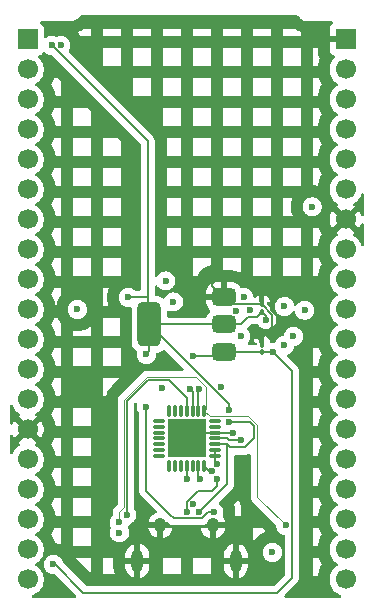
<source format=gbr>
%TF.GenerationSoftware,KiCad,Pcbnew,9.0.5*%
%TF.CreationDate,2025-10-26T01:34:21+08:00*%
%TF.ProjectId,KiCAD_Proj (ESP32),4b694341-445f-4507-926f-6a2028455350,rev?*%
%TF.SameCoordinates,Original*%
%TF.FileFunction,Copper,L4,Bot*%
%TF.FilePolarity,Positive*%
%FSLAX46Y46*%
G04 Gerber Fmt 4.6, Leading zero omitted, Abs format (unit mm)*
G04 Created by KiCad (PCBNEW 9.0.5) date 2025-10-26 01:34:21*
%MOMM*%
%LPD*%
G01*
G04 APERTURE LIST*
G04 Aperture macros list*
%AMRoundRect*
0 Rectangle with rounded corners*
0 $1 Rounding radius*
0 $2 $3 $4 $5 $6 $7 $8 $9 X,Y pos of 4 corners*
0 Add a 4 corners polygon primitive as box body*
4,1,4,$2,$3,$4,$5,$6,$7,$8,$9,$2,$3,0*
0 Add four circle primitives for the rounded corners*
1,1,$1+$1,$2,$3*
1,1,$1+$1,$4,$5*
1,1,$1+$1,$6,$7*
1,1,$1+$1,$8,$9*
0 Add four rect primitives between the rounded corners*
20,1,$1+$1,$2,$3,$4,$5,0*
20,1,$1+$1,$4,$5,$6,$7,0*
20,1,$1+$1,$6,$7,$8,$9,0*
20,1,$1+$1,$8,$9,$2,$3,0*%
G04 Aperture macros list end*
%TA.AperFunction,ComponentPad*%
%ADD10R,1.700000X1.700000*%
%TD*%
%TA.AperFunction,ComponentPad*%
%ADD11C,1.700000*%
%TD*%
%TA.AperFunction,HeatsinkPad*%
%ADD12O,1.000000X1.900000*%
%TD*%
%TA.AperFunction,HeatsinkPad*%
%ADD13O,1.050000X1.250000*%
%TD*%
%TA.AperFunction,SMDPad,CuDef*%
%ADD14RoundRect,0.375000X0.625000X0.375000X-0.625000X0.375000X-0.625000X-0.375000X0.625000X-0.375000X0*%
%TD*%
%TA.AperFunction,SMDPad,CuDef*%
%ADD15RoundRect,0.500000X0.500000X1.400000X-0.500000X1.400000X-0.500000X-1.400000X0.500000X-1.400000X0*%
%TD*%
%TA.AperFunction,SMDPad,CuDef*%
%ADD16RoundRect,0.100000X0.100000X-0.130000X0.100000X0.130000X-0.100000X0.130000X-0.100000X-0.130000X0*%
%TD*%
%TA.AperFunction,SMDPad,CuDef*%
%ADD17RoundRect,0.067500X0.437500X0.067500X-0.437500X0.067500X-0.437500X-0.067500X0.437500X-0.067500X0*%
%TD*%
%TA.AperFunction,SMDPad,CuDef*%
%ADD18RoundRect,0.067500X0.067500X0.437500X-0.067500X0.437500X-0.067500X-0.437500X0.067500X-0.437500X0*%
%TD*%
%TA.AperFunction,SMDPad,CuDef*%
%ADD19R,3.250000X3.250000*%
%TD*%
%TA.AperFunction,ViaPad*%
%ADD20C,0.600000*%
%TD*%
%TA.AperFunction,Conductor*%
%ADD21C,0.150000*%
%TD*%
%TA.AperFunction,Conductor*%
%ADD22C,0.200000*%
%TD*%
%TA.AperFunction,Conductor*%
%ADD23C,0.100000*%
%TD*%
G04 APERTURE END LIST*
D10*
%TO.P,J2,1,Pin_1*%
%TO.N,/VDD33*%
X133837000Y-74930000D03*
D11*
%TO.P,J2,2,Pin_2*%
%TO.N,/EN*%
X133837000Y-77470000D03*
%TO.P,J2,3,Pin_3*%
%TO.N,/SENSOR_VP*%
X133837000Y-80010000D03*
%TO.P,J2,4,Pin_4*%
%TO.N,/SENSOR_VN*%
X133837000Y-82550000D03*
%TO.P,J2,5,Pin_5*%
%TO.N,/IO34*%
X133837000Y-85090000D03*
%TO.P,J2,6,Pin_6*%
%TO.N,/IO35*%
X133837000Y-87630000D03*
%TO.P,J2,7,Pin_7*%
%TO.N,/IO32*%
X133837000Y-90170000D03*
%TO.P,J2,8,Pin_8*%
%TO.N,/IO33*%
X133837000Y-92710000D03*
%TO.P,J2,9,Pin_9*%
%TO.N,/IO25*%
X133837000Y-95250000D03*
%TO.P,J2,10,Pin_10*%
%TO.N,/IO26*%
X133837000Y-97790000D03*
%TO.P,J2,11,Pin_11*%
%TO.N,/IO27*%
X133837000Y-100330000D03*
%TO.P,J2,12,Pin_12*%
%TO.N,/IO14*%
X133837000Y-102870000D03*
%TO.P,J2,13,Pin_13*%
%TO.N,/IO12*%
X133837000Y-105410000D03*
%TO.P,J2,14,Pin_14*%
%TO.N,GND*%
X133837000Y-107950000D03*
%TO.P,J2,15,Pin_15*%
%TO.N,/IO13*%
X133837000Y-110490000D03*
%TO.P,J2,16,Pin_16*%
%TO.N,/SD2*%
X133837000Y-113030000D03*
%TO.P,J2,17,Pin_17*%
%TO.N,/SD3*%
X133837000Y-115570000D03*
%TO.P,J2,18,Pin_18*%
%TO.N,/CMD*%
X133837000Y-118110000D03*
%TO.P,J2,19,Pin_19*%
%TO.N,/EXT_5V*%
X133837000Y-120650000D03*
%TD*%
D10*
%TO.P,J3,1,Pin_1*%
%TO.N,GND*%
X160761000Y-74930000D03*
D11*
%TO.P,J3,2,Pin_2*%
%TO.N,/IO23*%
X160761000Y-77470000D03*
%TO.P,J3,3,Pin_3*%
%TO.N,/IO22*%
X160761000Y-80010000D03*
%TO.P,J3,4,Pin_4*%
%TO.N,/TXD0*%
X160761000Y-82550000D03*
%TO.P,J3,5,Pin_5*%
%TO.N,/RXD0*%
X160761000Y-85090000D03*
%TO.P,J3,6,Pin_6*%
%TO.N,/IO21*%
X160761000Y-87630000D03*
%TO.P,J3,7,Pin_7*%
%TO.N,GND*%
X160761000Y-90170000D03*
%TO.P,J3,8,Pin_8*%
%TO.N,/IO19*%
X160761000Y-92710000D03*
%TO.P,J3,9,Pin_9*%
%TO.N,/IO18*%
X160761000Y-95250000D03*
%TO.P,J3,10,Pin_10*%
%TO.N,/IO5*%
X160761000Y-97790000D03*
%TO.P,J3,11,Pin_11*%
%TO.N,/IO17*%
X160761000Y-100330000D03*
%TO.P,J3,12,Pin_12*%
%TO.N,/IO16*%
X160761000Y-102870000D03*
%TO.P,J3,13,Pin_13*%
%TO.N,/IO4*%
X160761000Y-105410000D03*
%TO.P,J3,14,Pin_14*%
%TO.N,/IO0*%
X160761000Y-107950000D03*
%TO.P,J3,15,Pin_15*%
%TO.N,/IO2*%
X160761000Y-110490000D03*
%TO.P,J3,16,Pin_16*%
%TO.N,/IO15*%
X160761000Y-113030000D03*
%TO.P,J3,17,Pin_17*%
%TO.N,/SD1*%
X160761000Y-115570000D03*
%TO.P,J3,18,Pin_18*%
%TO.N,/SD0*%
X160761000Y-118110000D03*
%TO.P,J3,19,Pin_19*%
%TO.N,/CLK*%
X160761000Y-120650000D03*
%TD*%
D12*
%TO.P,J1,6,Shield*%
%TO.N,GND*%
X143124000Y-119078000D03*
D13*
X145074000Y-116078000D03*
X149524000Y-116078000D03*
D12*
X151474000Y-119078000D03*
%TD*%
D14*
%TO.P,U2,1,GND*%
%TO.N,GND*%
X150449000Y-96760000D03*
%TO.P,U2,2,VO*%
%TO.N,/VDD33*%
X150449000Y-99060000D03*
D15*
X144149000Y-99060000D03*
D14*
%TO.P,U2,3,VI*%
%TO.N,/EXT_5V*%
X150449000Y-101360000D03*
%TD*%
D16*
%TO.P,C1,1*%
%TO.N,/EXT_5V*%
X153663116Y-101412000D03*
%TO.P,C1,2*%
%TO.N,GND*%
X153663116Y-100772000D03*
%TD*%
D17*
%TO.P,U1,1,DCD*%
%TO.N,/CDC*%
X149659000Y-107212000D03*
%TO.P,U1,2,RI/CLK*%
%TO.N,/RI*%
X149659000Y-107712000D03*
%TO.P,U1,3,GND*%
%TO.N,GND*%
X149659000Y-108212000D03*
%TO.P,U1,4,D+*%
%TO.N,/USB_DP*%
X149659000Y-108712000D03*
%TO.P,U1,5,D-*%
%TO.N,/USB_DN*%
X149659000Y-109212000D03*
%TO.P,U1,6,VDD*%
%TO.N,/VDD33*%
X149659000Y-109712000D03*
%TO.P,U1,7,VREGIN*%
X149659000Y-110212000D03*
D18*
%TO.P,U1,8,VBUS*%
%TO.N,Net-(U1-VBUS)*%
X148799000Y-111072000D03*
%TO.P,U1,9,~{RST}*%
%TO.N,Net-(U1-~{RST})*%
X148299000Y-111072000D03*
%TO.P,U1,10,NC*%
%TO.N,unconnected-(U1-NC-Pad10)*%
X147799000Y-111072000D03*
%TO.P,U1,11,~{SUSPENDB}*%
%TO.N,Net-(U1-~{SUSPENDB})*%
X147299000Y-111072000D03*
%TO.P,U1,12,SUSPEND*%
%TO.N,unconnected-(U1-SUSPEND-Pad12)*%
X146799000Y-111072000D03*
%TO.P,U1,13,CHREN*%
%TO.N,unconnected-(U1-CHREN-Pad13)*%
X146299000Y-111072000D03*
%TO.P,U1,14,CHR1*%
%TO.N,unconnected-(U1-CHR1-Pad14)*%
X145799000Y-111072000D03*
D17*
%TO.P,U1,15,CHR0*%
%TO.N,unconnected-(U1-CHR0-Pad15)*%
X144939000Y-110212000D03*
%TO.P,U1,16,GPIO.3/WAKEUP*%
%TO.N,unconnected-(U1-GPIO.3{slash}WAKEUP-Pad16)*%
X144939000Y-109712000D03*
%TO.P,U1,17,GPIO.2/RS485*%
%TO.N,unconnected-(U1-GPIO.2{slash}RS485-Pad17)*%
X144939000Y-109212000D03*
%TO.P,U1,18,GPIO.1/RXT*%
%TO.N,unconnected-(U1-GPIO.1{slash}RXT-Pad18)*%
X144939000Y-108712000D03*
%TO.P,U1,19,GPIO.0/TXT*%
%TO.N,unconnected-(U1-GPIO.0{slash}TXT-Pad19)*%
X144939000Y-108212000D03*
%TO.P,U1,20,GPIO.6*%
%TO.N,unconnected-(U1-GPIO.6-Pad20)*%
X144939000Y-107712000D03*
%TO.P,U1,21,GPIO.5*%
%TO.N,unconnected-(U1-GPIO.5-Pad21)*%
X144939000Y-107212000D03*
D18*
%TO.P,U1,22,GPIO.4*%
%TO.N,unconnected-(U1-GPIO.4-Pad22)*%
X145799000Y-106352000D03*
%TO.P,U1,23,CTS*%
%TO.N,/CTS*%
X146299000Y-106352000D03*
%TO.P,U1,24,RTS*%
%TO.N,/DSR*%
X146799000Y-106352000D03*
%TO.P,U1,25,RXD*%
%TO.N,/RTS*%
X147299000Y-106352000D03*
%TO.P,U1,26,TXD*%
%TO.N,/RXD*%
X147799000Y-106352000D03*
%TO.P,U1,27,DSR*%
%TO.N,/TXD*%
X148299000Y-106352000D03*
%TO.P,U1,28,DTR*%
%TO.N,/DTR*%
X148799000Y-106352000D03*
D19*
%TO.P,U1,29,GND*%
%TO.N,GND*%
X147299000Y-108712000D03*
%TD*%
D16*
%TO.P,C2,1*%
%TO.N,/VDD33*%
X153663116Y-97983000D03*
%TO.P,C2,2*%
%TO.N,GND*%
X153663116Y-97343000D03*
%TD*%
D20*
%TO.N,/EXT_5V*%
X154618000Y-101405000D03*
X147845000Y-101710000D03*
X136017000Y-119380000D03*
%TO.N,GND*%
X153162000Y-100076000D03*
X149479000Y-95377000D03*
X138684000Y-104267000D03*
X151265000Y-108212000D03*
%TO.N,/EN*%
X147828000Y-114300000D03*
X141605000Y-116713000D03*
X146177000Y-97155000D03*
X156337000Y-100076000D03*
%TO.N,/IO0*%
X154559000Y-118364000D03*
%TO.N,/VDD33*%
X154051000Y-98679000D03*
X143891000Y-101600000D03*
X150876000Y-106299000D03*
X149860000Y-110871000D03*
X135890000Y-75438000D03*
X142367000Y-96774000D03*
%TO.N,/VBUS*%
X149606000Y-114935000D03*
X145224500Y-104457500D03*
X143891000Y-106045000D03*
X155575000Y-97536000D03*
%TO.N,/USB_DN*%
X152146000Y-96774000D03*
X150876000Y-107315000D03*
X148336000Y-114935000D03*
%TO.N,/USB_DP*%
X151892000Y-108839000D03*
X149860000Y-112141000D03*
X147299000Y-114956000D03*
X145542000Y-95377000D03*
%TO.N,/TXD0*%
X152692000Y-97828000D03*
%TO.N,/RXD0*%
X157289500Y-97853500D03*
%TO.N,/IO4*%
X157935000Y-89101000D03*
%TO.N,/RTS*%
X142240000Y-115189000D03*
%TO.N,/DTR*%
X141605000Y-115824000D03*
X155702000Y-116078000D03*
%TO.N,/RXD*%
X147574000Y-104521000D03*
%TO.N,/TXD*%
X148336000Y-104521000D03*
X155575000Y-100838000D03*
%TO.N,Net-(U1-~{SUSPENDB})*%
X151892000Y-100076000D03*
X147320000Y-112141000D03*
%TO.N,Net-(U1-~{RST})*%
X148463000Y-112141000D03*
X151511000Y-97917000D03*
%TO.N,Net-(U1-VBUS)*%
X150241000Y-104394000D03*
X149479000Y-111506000D03*
%TO.N,Net-(U3-3V3)*%
X138049000Y-97790000D03*
X136652000Y-75438000D03*
%TD*%
D21*
%TO.N,/EXT_5V*%
X138557000Y-121765000D02*
X136172000Y-119380000D01*
X153670116Y-101405000D02*
X153663116Y-101412000D01*
X154618000Y-101405000D02*
X153670116Y-101405000D01*
X156210000Y-120523000D02*
X154968000Y-121765000D01*
X154618000Y-101405000D02*
X156210000Y-102997000D01*
X156210000Y-102997000D02*
X156210000Y-120523000D01*
X149970000Y-101710000D02*
X147845000Y-101710000D01*
X136172000Y-119380000D02*
X136017000Y-119380000D01*
X150501000Y-101412000D02*
X150449000Y-101360000D01*
X150320000Y-101360000D02*
X149970000Y-101710000D01*
X153663116Y-101412000D02*
X150501000Y-101412000D01*
X154611000Y-101412000D02*
X154618000Y-101405000D01*
X150449000Y-101360000D02*
X150320000Y-101360000D01*
X154968000Y-121765000D02*
X138557000Y-121765000D01*
%TO.N,GND*%
X153663116Y-100772000D02*
X153663116Y-100209884D01*
X147799000Y-108212000D02*
X147299000Y-108712000D01*
X153663116Y-100209884D02*
X154559000Y-99314000D01*
X154559000Y-99314000D02*
X154559000Y-98238884D01*
X153663116Y-100577116D02*
X153162000Y-100076000D01*
X150449000Y-96760000D02*
X149479000Y-95790000D01*
X153647116Y-97327000D02*
X151016000Y-97327000D01*
X149659000Y-108212000D02*
X147799000Y-108212000D01*
X149479000Y-95790000D02*
X149479000Y-95377000D01*
X154559000Y-98238884D02*
X153663116Y-97343000D01*
X151265000Y-108212000D02*
X149659000Y-108212000D01*
X153663116Y-100772000D02*
X153663116Y-100577116D01*
X151016000Y-97327000D02*
X150449000Y-96760000D01*
X137520000Y-104267000D02*
X138684000Y-104267000D01*
X153663116Y-97343000D02*
X153647116Y-97327000D01*
X133837000Y-107950000D02*
X137520000Y-104267000D01*
X153475000Y-97275000D02*
X153543000Y-97343000D01*
%TO.N,/VDD33*%
X150449000Y-99060000D02*
X151892000Y-99060000D01*
X153543000Y-97983000D02*
X153543000Y-98171000D01*
X144149000Y-99060000D02*
X144018000Y-98929000D01*
X144018000Y-98929000D02*
X144018000Y-96774000D01*
X144149000Y-99060000D02*
X144149000Y-101342000D01*
X154051000Y-98679000D02*
X154051000Y-98370884D01*
X151892000Y-99060000D02*
X152527000Y-98425000D01*
X150876000Y-105787000D02*
X150876000Y-106299000D01*
X154051000Y-98370884D02*
X153663116Y-97983000D01*
X144018000Y-96774000D02*
X144018000Y-83566000D01*
X144018000Y-96774000D02*
X142367000Y-96774000D01*
X144149000Y-101342000D02*
X143891000Y-101600000D01*
X149659000Y-110212000D02*
X149659000Y-110670000D01*
X144018000Y-83566000D02*
X135890000Y-75438000D01*
X149659000Y-110670000D02*
X149860000Y-110871000D01*
X144149000Y-99060000D02*
X150876000Y-105787000D01*
X144149000Y-99060000D02*
X150449000Y-99060000D01*
X153221116Y-98425000D02*
X153663116Y-97983000D01*
X152527000Y-98425000D02*
X153221116Y-98425000D01*
X149659000Y-109712000D02*
X149659000Y-110212000D01*
%TO.N,/VBUS*%
X149606000Y-114935000D02*
X149098000Y-114935000D01*
X148576000Y-115457000D02*
X146191000Y-115457000D01*
X149098000Y-114935000D02*
X148576000Y-115457000D01*
X143891000Y-113157000D02*
X143891000Y-106045000D01*
X145923000Y-115189000D02*
X143891000Y-113157000D01*
X146191000Y-115457000D02*
X145923000Y-115189000D01*
D22*
%TO.N,/USB_DN*%
X148336000Y-114935000D02*
X150741000Y-112530000D01*
X153035000Y-108712000D02*
X153035000Y-107696000D01*
X151003000Y-109474000D02*
X152273000Y-109474000D01*
X149659000Y-109212000D02*
X150741000Y-109212000D01*
X152654000Y-107315000D02*
X150876000Y-107315000D01*
X152273000Y-109474000D02*
X153035000Y-108712000D01*
X150741000Y-109212000D02*
X151003000Y-109474000D01*
X150741000Y-112530000D02*
X150741000Y-109212000D01*
X153035000Y-107696000D02*
X152654000Y-107315000D01*
%TO.N,/USB_DP*%
X149659000Y-108712000D02*
X150749000Y-108712000D01*
X148227123Y-113157000D02*
X149479000Y-113157000D01*
X147299000Y-114956000D02*
X147299000Y-114085123D01*
X147299000Y-114085123D02*
X148227123Y-113157000D01*
X149479000Y-113157000D02*
X149860000Y-112776000D01*
X149860000Y-112776000D02*
X149860000Y-112141000D01*
X150876000Y-108839000D02*
X151892000Y-108839000D01*
X150749000Y-108712000D02*
X150876000Y-108839000D01*
D21*
%TO.N,/RTS*%
X147299000Y-105262000D02*
X145796000Y-103759000D01*
X147299000Y-106352000D02*
X147299000Y-105262000D01*
X145796000Y-103759000D02*
X144018000Y-103759000D01*
X144018000Y-103759000D02*
X142240000Y-105537000D01*
X142240000Y-105537000D02*
X142240000Y-115189000D01*
D23*
%TO.N,/DTR*%
X148934000Y-104357000D02*
X148110000Y-103533000D01*
X148799000Y-106352000D02*
X148934000Y-106217000D01*
X148110000Y-103533000D02*
X143924388Y-103533000D01*
X143924388Y-103533000D02*
X142014000Y-105443388D01*
X142014000Y-114554000D02*
X141605000Y-114963000D01*
X148799000Y-106352000D02*
X149286000Y-106839000D01*
X141605000Y-114963000D02*
X141605000Y-115824000D01*
X153289000Y-107595032D02*
X153289000Y-113665000D01*
X148934000Y-106217000D02*
X148934000Y-104357000D01*
X142014000Y-105443388D02*
X142014000Y-114554000D01*
X153289000Y-113665000D02*
X155702000Y-116078000D01*
X149286000Y-106839000D02*
X152532968Y-106839000D01*
X152532968Y-106839000D02*
X153289000Y-107595032D01*
D21*
%TO.N,/RXD*%
X147799000Y-104746000D02*
X147574000Y-104521000D01*
X147799000Y-106352000D02*
X147799000Y-104746000D01*
%TO.N,/TXD*%
X148299000Y-106352000D02*
X148299000Y-104558000D01*
X148299000Y-104558000D02*
X148336000Y-104521000D01*
%TO.N,Net-(U1-~{SUSPENDB})*%
X147299000Y-112120000D02*
X147320000Y-112141000D01*
X147299000Y-111072000D02*
X147299000Y-112120000D01*
%TO.N,Net-(U1-~{RST})*%
X148299000Y-111977000D02*
X148463000Y-112141000D01*
X148299000Y-111072000D02*
X148299000Y-111977000D01*
%TO.N,Net-(U1-VBUS)*%
X148799000Y-111072000D02*
X149233000Y-111506000D01*
X149233000Y-111506000D02*
X149479000Y-111506000D01*
%TD*%
%TA.AperFunction,Conductor*%
%TO.N,GND*%
G36*
X135325015Y-76016408D02*
G01*
X135374603Y-76065996D01*
X135374609Y-76066001D01*
X135374611Y-76066003D01*
X135507032Y-76154483D01*
X135654169Y-76215430D01*
X135810370Y-76246500D01*
X135821116Y-76246500D01*
X135889237Y-76266502D01*
X135910211Y-76283405D01*
X143397595Y-83770788D01*
X143431621Y-83833100D01*
X143434500Y-83859883D01*
X143434500Y-96064500D01*
X143414498Y-96132621D01*
X143360842Y-96179114D01*
X143308500Y-96190500D01*
X142979083Y-96190500D01*
X142910962Y-96170498D01*
X142889988Y-96153595D01*
X142882396Y-96146003D01*
X142882390Y-96145998D01*
X142882389Y-96145997D01*
X142749968Y-96057517D01*
X142602831Y-95996570D01*
X142516576Y-95979413D01*
X142446632Y-95965500D01*
X142446630Y-95965500D01*
X142287370Y-95965500D01*
X142287367Y-95965500D01*
X142170219Y-95988802D01*
X142131169Y-95996570D01*
X142098747Y-96010000D01*
X141984032Y-96057517D01*
X141851609Y-96145998D01*
X141851603Y-96146003D01*
X141739003Y-96258603D01*
X141738998Y-96258609D01*
X141650517Y-96391032D01*
X141589571Y-96538167D01*
X141589570Y-96538170D01*
X141558500Y-96694367D01*
X141558500Y-96853632D01*
X141568992Y-96906378D01*
X141589570Y-97009831D01*
X141650517Y-97156968D01*
X141738735Y-97288997D01*
X141738998Y-97289390D01*
X141739003Y-97289396D01*
X141851603Y-97401996D01*
X141851609Y-97402001D01*
X141851611Y-97402003D01*
X141984032Y-97490483D01*
X142131169Y-97551430D01*
X142287370Y-97582500D01*
X142287371Y-97582500D01*
X142446629Y-97582500D01*
X142446630Y-97582500D01*
X142489919Y-97573889D01*
X142560631Y-97580216D01*
X142616699Y-97623770D01*
X142640319Y-97690722D01*
X142640500Y-97697468D01*
X142640500Y-100509534D01*
X142640501Y-100509554D01*
X142655090Y-100657694D01*
X142655091Y-100657700D01*
X142655092Y-100657701D01*
X142712759Y-100847804D01*
X142806405Y-101023004D01*
X142854819Y-101081997D01*
X142932434Y-101176570D01*
X143061850Y-101282779D01*
X143101819Y-101341456D01*
X143105496Y-101404759D01*
X143082500Y-101520364D01*
X143082500Y-101679632D01*
X143093017Y-101732503D01*
X143113570Y-101835831D01*
X143174517Y-101982968D01*
X143228859Y-102064297D01*
X143262998Y-102115390D01*
X143263003Y-102115396D01*
X143375603Y-102227996D01*
X143375609Y-102228001D01*
X143375611Y-102228003D01*
X143508032Y-102316483D01*
X143655169Y-102377430D01*
X143811370Y-102408500D01*
X143811371Y-102408500D01*
X143970629Y-102408500D01*
X143970630Y-102408500D01*
X144126831Y-102377430D01*
X144273968Y-102316483D01*
X144406389Y-102228003D01*
X144519003Y-102115389D01*
X144607483Y-101982968D01*
X144668430Y-101835831D01*
X144699500Y-101679630D01*
X144699500Y-101582605D01*
X144719502Y-101514484D01*
X144773158Y-101467991D01*
X144813148Y-101457212D01*
X144846701Y-101453908D01*
X145036804Y-101396241D01*
X145212004Y-101302595D01*
X145318378Y-101215295D01*
X145383724Y-101187542D01*
X145453702Y-101199523D01*
X145487406Y-101223600D01*
X146317168Y-102053362D01*
X147023212Y-102759405D01*
X147057237Y-102821717D01*
X147052173Y-102892532D01*
X147009626Y-102949368D01*
X146943106Y-102974179D01*
X146934117Y-102974500D01*
X143997916Y-102974500D01*
X143850860Y-102974500D01*
X143763925Y-102997794D01*
X143708810Y-103012562D01*
X143581464Y-103086085D01*
X143581458Y-103086090D01*
X143254659Y-103412890D01*
X141671073Y-104996477D01*
X141632242Y-105035308D01*
X141567090Y-105100459D01*
X141567086Y-105100464D01*
X141493563Y-105227810D01*
X141493560Y-105227817D01*
X141482908Y-105267571D01*
X141459642Y-105354404D01*
X141455500Y-105369861D01*
X141455500Y-114270472D01*
X141435498Y-114338593D01*
X141418595Y-114359567D01*
X141262073Y-114516089D01*
X141226130Y-114552032D01*
X141158090Y-114620071D01*
X141158086Y-114620076D01*
X141084563Y-114747422D01*
X141084560Y-114747429D01*
X141068858Y-114806032D01*
X141049499Y-114878282D01*
X141046500Y-114889473D01*
X141046500Y-115186917D01*
X141026498Y-115255038D01*
X141009595Y-115276012D01*
X140977003Y-115308603D01*
X140976998Y-115308609D01*
X140888517Y-115441032D01*
X140827571Y-115588167D01*
X140827570Y-115588170D01*
X140796500Y-115744367D01*
X140796500Y-115903632D01*
X140809348Y-115968224D01*
X140827570Y-116059831D01*
X140840682Y-116091485D01*
X140888518Y-116206971D01*
X140889662Y-116209111D01*
X140889921Y-116210359D01*
X140890886Y-116212687D01*
X140890444Y-116212869D01*
X140904129Y-116278618D01*
X140890730Y-116324248D01*
X140890886Y-116324313D01*
X140890288Y-116325755D01*
X140889662Y-116327889D01*
X140888518Y-116330028D01*
X140827571Y-116477167D01*
X140827570Y-116477170D01*
X140796500Y-116633367D01*
X140796500Y-116792632D01*
X140811322Y-116867148D01*
X140827570Y-116948831D01*
X140888517Y-117095968D01*
X140973726Y-117223493D01*
X140976998Y-117228390D01*
X140977003Y-117228396D01*
X141089603Y-117340996D01*
X141089609Y-117341001D01*
X141089611Y-117341003D01*
X141222032Y-117429483D01*
X141369169Y-117490430D01*
X141525370Y-117521500D01*
X141525371Y-117521500D01*
X141684629Y-117521500D01*
X141684630Y-117521500D01*
X141840831Y-117490430D01*
X141987968Y-117429483D01*
X142120389Y-117341003D01*
X142233003Y-117228389D01*
X142256674Y-117192962D01*
X152898500Y-117192962D01*
X152991567Y-117286029D01*
X152995831Y-117290507D01*
X153020941Y-117318211D01*
X153024976Y-117322888D01*
X153045797Y-117348256D01*
X153101712Y-117264574D01*
X153105270Y-117259521D01*
X153127543Y-117229487D01*
X153131346Y-117224613D01*
X153162932Y-117186121D01*
X153166974Y-117181435D01*
X153192112Y-117153698D01*
X153196379Y-117149217D01*
X153344217Y-117001379D01*
X153348698Y-116997112D01*
X153376435Y-116971974D01*
X153381121Y-116967932D01*
X153419613Y-116936346D01*
X153424487Y-116932543D01*
X153454521Y-116910270D01*
X153459574Y-116906712D01*
X153633384Y-116790577D01*
X153638605Y-116787270D01*
X153670688Y-116768039D01*
X153676071Y-116764989D01*
X153719983Y-116741517D01*
X153725507Y-116738737D01*
X153759331Y-116722739D01*
X153764986Y-116720232D01*
X153958128Y-116640230D01*
X153963500Y-116638157D01*
X153963400Y-116637877D01*
X153961459Y-116632002D01*
X153947005Y-116584353D01*
X153945356Y-116578394D01*
X153936266Y-116542105D01*
X153934911Y-116536071D01*
X153934585Y-116534434D01*
X153730151Y-116330000D01*
X152898500Y-116330000D01*
X152898500Y-117192962D01*
X142256674Y-117192962D01*
X142321483Y-117095968D01*
X142382430Y-116948831D01*
X142413500Y-116792630D01*
X142413500Y-116633370D01*
X142382430Y-116477169D01*
X142321483Y-116330032D01*
X142321480Y-116330028D01*
X142320343Y-116327900D01*
X142320083Y-116326653D01*
X142319114Y-116324313D01*
X142319557Y-116324129D01*
X142305869Y-116258395D01*
X142319271Y-116212750D01*
X142319115Y-116212686D01*
X142319716Y-116211234D01*
X142320343Y-116209100D01*
X142321481Y-116206971D01*
X142321483Y-116206968D01*
X142360452Y-116112890D01*
X142382429Y-116059835D01*
X142384224Y-116053917D01*
X142386652Y-116054653D01*
X142414404Y-116001594D01*
X142470370Y-115969720D01*
X142469917Y-115968224D01*
X142475835Y-115966429D01*
X142622963Y-115905485D01*
X142622962Y-115905485D01*
X142622968Y-115905483D01*
X142755389Y-115817003D01*
X142868003Y-115704389D01*
X142956483Y-115571968D01*
X143017430Y-115424831D01*
X143048500Y-115268630D01*
X143048500Y-115109370D01*
X143017430Y-114953169D01*
X142956483Y-114806032D01*
X142868003Y-114673611D01*
X142868001Y-114673609D01*
X142867996Y-114673603D01*
X142860405Y-114666012D01*
X142826379Y-114603700D01*
X142823500Y-114576917D01*
X142823500Y-105830883D01*
X142843502Y-105762762D01*
X142860398Y-105741794D01*
X142899457Y-105702735D01*
X142961765Y-105668712D01*
X143032581Y-105673776D01*
X143089417Y-105716322D01*
X143114229Y-105782842D01*
X143112129Y-105816413D01*
X143082500Y-105965364D01*
X143082500Y-106124632D01*
X143093331Y-106179081D01*
X143113570Y-106280831D01*
X143174517Y-106427968D01*
X143262997Y-106560389D01*
X143270593Y-106567985D01*
X143304619Y-106630294D01*
X143307500Y-106657082D01*
X143307500Y-113233817D01*
X143307499Y-113233817D01*
X143347266Y-113382227D01*
X143385674Y-113448750D01*
X143424081Y-113515274D01*
X143424089Y-113515284D01*
X144724775Y-114815970D01*
X144758801Y-114878282D01*
X144753736Y-114949097D01*
X144711189Y-115005933D01*
X144683898Y-115021474D01*
X144584691Y-115062567D01*
X144415501Y-115175616D01*
X144415495Y-115175621D01*
X144271621Y-115319495D01*
X144271616Y-115319501D01*
X144158567Y-115488691D01*
X144080700Y-115676679D01*
X144080698Y-115676684D01*
X144051395Y-115824000D01*
X144787635Y-115824000D01*
X144771149Y-115852555D01*
X144749000Y-115935213D01*
X144749000Y-116220787D01*
X144771149Y-116303445D01*
X144787635Y-116332000D01*
X144051395Y-116332000D01*
X144080698Y-116479315D01*
X144080700Y-116479320D01*
X144158567Y-116667308D01*
X144271616Y-116836498D01*
X144271621Y-116836504D01*
X144415495Y-116980378D01*
X144415501Y-116980383D01*
X144584691Y-117093432D01*
X144772683Y-117171301D01*
X144772690Y-117171303D01*
X144819999Y-117180713D01*
X144820000Y-117180713D01*
X144820000Y-116383618D01*
X144874446Y-116438064D01*
X144948555Y-116480851D01*
X145031213Y-116503000D01*
X145116787Y-116503000D01*
X145199445Y-116480851D01*
X145273554Y-116438064D01*
X145328000Y-116383618D01*
X145328000Y-117180713D01*
X145375309Y-117171303D01*
X145375316Y-117171301D01*
X145563308Y-117093432D01*
X145732498Y-116980383D01*
X145732504Y-116980378D01*
X145876378Y-116836504D01*
X145876383Y-116836498D01*
X145989432Y-116667308D01*
X146067299Y-116479320D01*
X146067301Y-116479315D01*
X146096605Y-116332000D01*
X145360365Y-116332000D01*
X145376851Y-116303445D01*
X145399000Y-116220787D01*
X145399000Y-115935213D01*
X145376851Y-115852555D01*
X145360365Y-115824000D01*
X145680616Y-115824000D01*
X145748737Y-115844002D01*
X145769706Y-115860900D01*
X145832722Y-115923916D01*
X145852905Y-115935568D01*
X145852907Y-115935570D01*
X145852908Y-115935570D01*
X145965777Y-116000735D01*
X146114181Y-116040500D01*
X146114183Y-116040500D01*
X148652817Y-116040500D01*
X148652819Y-116040500D01*
X148801223Y-116000735D01*
X148914092Y-115935570D01*
X148934278Y-115923916D01*
X148997289Y-115860904D01*
X149059600Y-115826880D01*
X149086384Y-115824000D01*
X149237635Y-115824000D01*
X149221149Y-115852555D01*
X149199000Y-115935213D01*
X149199000Y-116220787D01*
X149221149Y-116303445D01*
X149237635Y-116332000D01*
X148501395Y-116332000D01*
X148530698Y-116479315D01*
X148530700Y-116479320D01*
X148608567Y-116667308D01*
X148721616Y-116836498D01*
X148721621Y-116836504D01*
X148865495Y-116980378D01*
X148865501Y-116980383D01*
X149034691Y-117093432D01*
X149222683Y-117171301D01*
X149222690Y-117171303D01*
X149269999Y-117180713D01*
X149270000Y-117180713D01*
X149270000Y-116383618D01*
X149324446Y-116438064D01*
X149398555Y-116480851D01*
X149481213Y-116503000D01*
X149566787Y-116503000D01*
X149649445Y-116480851D01*
X149723554Y-116438064D01*
X149778000Y-116383618D01*
X149778000Y-117180713D01*
X149825309Y-117171303D01*
X149825316Y-117171301D01*
X150013308Y-117093432D01*
X150182498Y-116980383D01*
X150182504Y-116980378D01*
X150326378Y-116836504D01*
X150326383Y-116836498D01*
X150439432Y-116667308D01*
X150517299Y-116479320D01*
X150517301Y-116479315D01*
X150546605Y-116332000D01*
X149810365Y-116332000D01*
X149826851Y-116303445D01*
X149849000Y-116220787D01*
X149849000Y-115935213D01*
X149826851Y-115852555D01*
X149810365Y-115824000D01*
X150546604Y-115824000D01*
X150517301Y-115676684D01*
X150517299Y-115676679D01*
X150439432Y-115488691D01*
X150361000Y-115371309D01*
X150339785Y-115303557D01*
X150349356Y-115253090D01*
X150383430Y-115170831D01*
X150414500Y-115014630D01*
X150414500Y-114855370D01*
X150383430Y-114699169D01*
X150322483Y-114552032D01*
X150234003Y-114419611D01*
X150234001Y-114419609D01*
X150233996Y-114419603D01*
X150121394Y-114307001D01*
X150121390Y-114306998D01*
X150121389Y-114306997D01*
X150071101Y-114273396D01*
X150063743Y-114264591D01*
X151300967Y-114264591D01*
X151329770Y-114334128D01*
X151331995Y-114339896D01*
X151344600Y-114375123D01*
X151346541Y-114380998D01*
X151360995Y-114428647D01*
X151362644Y-114434606D01*
X151371734Y-114470895D01*
X151373089Y-114476929D01*
X151413875Y-114681970D01*
X151414933Y-114688066D01*
X151420424Y-114725087D01*
X151421181Y-114731227D01*
X151426060Y-114780780D01*
X151426514Y-114786947D01*
X151428348Y-114824301D01*
X151428500Y-114830480D01*
X151428500Y-115039520D01*
X151428348Y-115045699D01*
X151426514Y-115083053D01*
X151426060Y-115089220D01*
X151421181Y-115138773D01*
X151420424Y-115144913D01*
X151414933Y-115181934D01*
X151413874Y-115188033D01*
X151413409Y-115190369D01*
X151463648Y-115311657D01*
X151465323Y-115316000D01*
X151884500Y-115316000D01*
X151884500Y-114377333D01*
X151873810Y-114358818D01*
X151869923Y-114351547D01*
X151847858Y-114306804D01*
X151844455Y-114299293D01*
X151819042Y-114237941D01*
X151816138Y-114230225D01*
X151800100Y-114182980D01*
X151797706Y-114175089D01*
X151742458Y-113968901D01*
X151740586Y-113960873D01*
X151730853Y-113911945D01*
X151729510Y-113903809D01*
X151721627Y-113843933D01*
X151300967Y-114264591D01*
X150063743Y-114264591D01*
X150025575Y-114218919D01*
X150016728Y-114148476D01*
X150047369Y-114084432D01*
X150051971Y-114079576D01*
X151227922Y-112903627D01*
X151308032Y-112764872D01*
X151322230Y-112711884D01*
X151349500Y-112610111D01*
X151349500Y-110208500D01*
X151369502Y-110140379D01*
X151423158Y-110093886D01*
X151475500Y-110082500D01*
X152353109Y-110082500D01*
X152353110Y-110082500D01*
X152353111Y-110082500D01*
X152442677Y-110058501D01*
X152507873Y-110041032D01*
X152541501Y-110021616D01*
X152610495Y-110004879D01*
X152677587Y-110028099D01*
X152721474Y-110083906D01*
X152730500Y-110130736D01*
X152730500Y-113738526D01*
X152730499Y-113738526D01*
X152768560Y-113880570D01*
X152768563Y-113880577D01*
X152842086Y-114007923D01*
X152842094Y-114007933D01*
X154856595Y-116022433D01*
X154890620Y-116084745D01*
X154893500Y-116111528D01*
X154893500Y-116157632D01*
X154906063Y-116220787D01*
X154924570Y-116313831D01*
X154985517Y-116460968D01*
X155073997Y-116593389D01*
X155073998Y-116593390D01*
X155074003Y-116593396D01*
X155186603Y-116705996D01*
X155186609Y-116706001D01*
X155186611Y-116706003D01*
X155319032Y-116794483D01*
X155466169Y-116855430D01*
X155525083Y-116867148D01*
X155587991Y-116900056D01*
X155623123Y-116961751D01*
X155626500Y-116990727D01*
X155626500Y-120229116D01*
X155606498Y-120297237D01*
X155589595Y-120318211D01*
X154763211Y-121144595D01*
X154700899Y-121178621D01*
X154674116Y-121181500D01*
X138850884Y-121181500D01*
X138782763Y-121161498D01*
X138761789Y-121144595D01*
X137784694Y-120167500D01*
X140198500Y-120167500D01*
X141201235Y-120167500D01*
X141193554Y-120146031D01*
X141191614Y-120140157D01*
X141177163Y-120092509D01*
X141175515Y-120086553D01*
X141166431Y-120050285D01*
X141165076Y-120044254D01*
X141116625Y-119800679D01*
X141115567Y-119794583D01*
X141110076Y-119757562D01*
X141109319Y-119751422D01*
X141104440Y-119701869D01*
X141103986Y-119695702D01*
X141102152Y-119658348D01*
X141102000Y-119652169D01*
X141102000Y-119128238D01*
X141111591Y-119080020D01*
X141112427Y-119078000D01*
X141111591Y-119075980D01*
X141102000Y-119027762D01*
X141102000Y-118870000D01*
X140198500Y-118870000D01*
X140198500Y-120167500D01*
X137784694Y-120167500D01*
X136829668Y-119212474D01*
X136795642Y-119150162D01*
X136795182Y-119147952D01*
X136794430Y-119144169D01*
X136733483Y-118997032D01*
X136648604Y-118870000D01*
X137921204Y-118870000D01*
X139184500Y-120133296D01*
X139184500Y-118870000D01*
X137921204Y-118870000D01*
X136648604Y-118870000D01*
X136645003Y-118864611D01*
X136645001Y-118864609D01*
X136644996Y-118864603D01*
X136532396Y-118752003D01*
X136532390Y-118751998D01*
X136524862Y-118746968D01*
X136399968Y-118663517D01*
X136252831Y-118602570D01*
X136174730Y-118587035D01*
X136096632Y-118571500D01*
X136096630Y-118571500D01*
X135937370Y-118571500D01*
X135937367Y-118571500D01*
X135820219Y-118594802D01*
X135781169Y-118602570D01*
X135634032Y-118663517D01*
X135501609Y-118751998D01*
X135501603Y-118752003D01*
X135389003Y-118864603D01*
X135388998Y-118864609D01*
X135379122Y-118879390D01*
X135300517Y-118997032D01*
X135239570Y-119144169D01*
X135239165Y-119146206D01*
X135208500Y-119300367D01*
X135208500Y-119459632D01*
X135224035Y-119537730D01*
X135239570Y-119615831D01*
X135300517Y-119762968D01*
X135388997Y-119895389D01*
X135388998Y-119895390D01*
X135389003Y-119895396D01*
X135501603Y-120007996D01*
X135501609Y-120008001D01*
X135501611Y-120008003D01*
X135634032Y-120096483D01*
X135781169Y-120157430D01*
X135937370Y-120188500D01*
X135937371Y-120188500D01*
X136102820Y-120188500D01*
X136102820Y-120191414D01*
X136160283Y-120202202D01*
X136192184Y-120225378D01*
X137933211Y-121966405D01*
X137967237Y-122028717D01*
X137962172Y-122099532D01*
X137919625Y-122156368D01*
X137853105Y-122181179D01*
X137844116Y-122181500D01*
X134315259Y-122181500D01*
X134247138Y-122161498D01*
X134200645Y-122107842D01*
X134190541Y-122037568D01*
X134220035Y-121972988D01*
X134276323Y-121935667D01*
X134358483Y-121908972D01*
X134549009Y-121811894D01*
X134722004Y-121686206D01*
X134873206Y-121535004D01*
X134998894Y-121362009D01*
X135095972Y-121171483D01*
X135162049Y-120968116D01*
X135195500Y-120756916D01*
X135195500Y-120543084D01*
X135162049Y-120331884D01*
X135095972Y-120128517D01*
X134998894Y-119937991D01*
X134873206Y-119764996D01*
X134873203Y-119764993D01*
X134873201Y-119764990D01*
X134722009Y-119613798D01*
X134722006Y-119613796D01*
X134722004Y-119613794D01*
X134549009Y-119488106D01*
X134549007Y-119488105D01*
X134547920Y-119487439D01*
X134547591Y-119487075D01*
X134545004Y-119485196D01*
X134545398Y-119484652D01*
X134500283Y-119434796D01*
X134488670Y-119364756D01*
X134516766Y-119299555D01*
X134545130Y-119274978D01*
X134545004Y-119274804D01*
X134547030Y-119273331D01*
X134547920Y-119272561D01*
X134548997Y-119271899D01*
X134549009Y-119271894D01*
X134722004Y-119146206D01*
X134873206Y-118995004D01*
X134998894Y-118822009D01*
X135095972Y-118631483D01*
X135129362Y-118528718D01*
X142116000Y-118528718D01*
X142116000Y-118824000D01*
X142824000Y-118824000D01*
X142824000Y-119332000D01*
X142116000Y-119332000D01*
X142116000Y-119627281D01*
X142154737Y-119822023D01*
X142154739Y-119822028D01*
X142230722Y-120005466D01*
X142341032Y-120170557D01*
X142341037Y-120170564D01*
X142481435Y-120310962D01*
X142481442Y-120310967D01*
X142646533Y-120421277D01*
X142829971Y-120497260D01*
X142829976Y-120497262D01*
X142869999Y-120505223D01*
X142870000Y-120505223D01*
X142870000Y-119588060D01*
X142883940Y-119612205D01*
X142939795Y-119668060D01*
X143008204Y-119707556D01*
X143084504Y-119728000D01*
X143163496Y-119728000D01*
X143239796Y-119707556D01*
X143308205Y-119668060D01*
X143364060Y-119612205D01*
X143378000Y-119588060D01*
X143378000Y-120505223D01*
X143418023Y-120497262D01*
X143418028Y-120497260D01*
X143601466Y-120421277D01*
X143766557Y-120310967D01*
X143766564Y-120310962D01*
X143906962Y-120170564D01*
X143906967Y-120170557D01*
X143909010Y-120167500D01*
X145278500Y-120167500D01*
X146804500Y-120167500D01*
X147818500Y-120167500D01*
X149344500Y-120167500D01*
X149344500Y-118870000D01*
X147818500Y-118870000D01*
X147818500Y-120167500D01*
X146804500Y-120167500D01*
X146804500Y-118870000D01*
X145278500Y-118870000D01*
X145278500Y-120167500D01*
X143909010Y-120167500D01*
X144017277Y-120005466D01*
X144093260Y-119822028D01*
X144093262Y-119822023D01*
X144131999Y-119627281D01*
X144132000Y-119627277D01*
X144132000Y-119332000D01*
X143424000Y-119332000D01*
X143424000Y-118824000D01*
X144132000Y-118824000D01*
X144132000Y-118528722D01*
X144131999Y-118528718D01*
X150466000Y-118528718D01*
X150466000Y-118824000D01*
X151174000Y-118824000D01*
X151174000Y-119332000D01*
X150466000Y-119332000D01*
X150466000Y-119627281D01*
X150504737Y-119822023D01*
X150504739Y-119822028D01*
X150580722Y-120005466D01*
X150691032Y-120170557D01*
X150691037Y-120170564D01*
X150831435Y-120310962D01*
X150831442Y-120310967D01*
X150996533Y-120421277D01*
X151179971Y-120497260D01*
X151179976Y-120497262D01*
X151219999Y-120505223D01*
X151220000Y-120505223D01*
X151220000Y-119588060D01*
X151233940Y-119612205D01*
X151289795Y-119668060D01*
X151358204Y-119707556D01*
X151434504Y-119728000D01*
X151513496Y-119728000D01*
X151589796Y-119707556D01*
X151658205Y-119668060D01*
X151714060Y-119612205D01*
X151728000Y-119588060D01*
X151728000Y-120505223D01*
X151768023Y-120497262D01*
X151768028Y-120497260D01*
X151951466Y-120421277D01*
X152116557Y-120310967D01*
X152116564Y-120310962D01*
X152256962Y-120170564D01*
X152256967Y-120170557D01*
X152367277Y-120005466D01*
X152443260Y-119822028D01*
X152443262Y-119822023D01*
X152481999Y-119627281D01*
X152482000Y-119627277D01*
X152482000Y-119332000D01*
X151774000Y-119332000D01*
X151774000Y-118824000D01*
X152482000Y-118824000D01*
X152482000Y-118528722D01*
X152481999Y-118528718D01*
X152443262Y-118333976D01*
X152443260Y-118333971D01*
X152422713Y-118284367D01*
X153750500Y-118284367D01*
X153750500Y-118443632D01*
X153753470Y-118458561D01*
X153781570Y-118599831D01*
X153842517Y-118746968D01*
X153921123Y-118864611D01*
X153930998Y-118879390D01*
X153931003Y-118879396D01*
X154043603Y-118991996D01*
X154043609Y-118992001D01*
X154043611Y-118992003D01*
X154176032Y-119080483D01*
X154323169Y-119141430D01*
X154479370Y-119172500D01*
X154479371Y-119172500D01*
X154638629Y-119172500D01*
X154638630Y-119172500D01*
X154794831Y-119141430D01*
X154941968Y-119080483D01*
X155074389Y-118992003D01*
X155187003Y-118879389D01*
X155275483Y-118746968D01*
X155336430Y-118599831D01*
X155367500Y-118443630D01*
X155367500Y-118284370D01*
X155336430Y-118128169D01*
X155275483Y-117981032D01*
X155187003Y-117848611D01*
X155187001Y-117848609D01*
X155186996Y-117848603D01*
X155074396Y-117736003D01*
X155074390Y-117735998D01*
X155074389Y-117735997D01*
X154941968Y-117647517D01*
X154794831Y-117586570D01*
X154696993Y-117567109D01*
X154638632Y-117555500D01*
X154638630Y-117555500D01*
X154479370Y-117555500D01*
X154479367Y-117555500D01*
X154362219Y-117578802D01*
X154323169Y-117586570D01*
X154190800Y-117641400D01*
X154176032Y-117647517D01*
X154043609Y-117735998D01*
X154043603Y-117736003D01*
X153931003Y-117848603D01*
X153930998Y-117848609D01*
X153842517Y-117981032D01*
X153781571Y-118128167D01*
X153781570Y-118128170D01*
X153750500Y-118284367D01*
X152422713Y-118284367D01*
X152367277Y-118150533D01*
X152256967Y-117985442D01*
X152256962Y-117985435D01*
X152116564Y-117845037D01*
X152116557Y-117845032D01*
X151951467Y-117734722D01*
X151768020Y-117658736D01*
X151768015Y-117658735D01*
X151728000Y-117650774D01*
X151728000Y-118567939D01*
X151714060Y-118543795D01*
X151658205Y-118487940D01*
X151589796Y-118448444D01*
X151513496Y-118428000D01*
X151434504Y-118428000D01*
X151358204Y-118448444D01*
X151289795Y-118487940D01*
X151233940Y-118543795D01*
X151220000Y-118567939D01*
X151220000Y-117650775D01*
X151219999Y-117650774D01*
X151179984Y-117658735D01*
X151179979Y-117658736D01*
X150996532Y-117734722D01*
X150831442Y-117845032D01*
X150831435Y-117845037D01*
X150691037Y-117985435D01*
X150691032Y-117985442D01*
X150580722Y-118150533D01*
X150504739Y-118333971D01*
X150504737Y-118333976D01*
X150466000Y-118528718D01*
X144131999Y-118528718D01*
X144093262Y-118333976D01*
X144093260Y-118333971D01*
X144017277Y-118150533D01*
X143906967Y-117985442D01*
X143906962Y-117985435D01*
X143766564Y-117845037D01*
X143766557Y-117845032D01*
X143601467Y-117734722D01*
X143418020Y-117658736D01*
X143418015Y-117658735D01*
X143378000Y-117650774D01*
X143378000Y-118567939D01*
X143364060Y-118543795D01*
X143308205Y-118487940D01*
X143239796Y-118448444D01*
X143163496Y-118428000D01*
X143084504Y-118428000D01*
X143008204Y-118448444D01*
X142939795Y-118487940D01*
X142883940Y-118543795D01*
X142870000Y-118567939D01*
X142870000Y-117650775D01*
X142869999Y-117650774D01*
X142829984Y-117658735D01*
X142829979Y-117658736D01*
X142646532Y-117734722D01*
X142481442Y-117845032D01*
X142481435Y-117845037D01*
X142341037Y-117985435D01*
X142341032Y-117985442D01*
X142230722Y-118150533D01*
X142154739Y-118333971D01*
X142154737Y-118333976D01*
X142116000Y-118528718D01*
X135129362Y-118528718D01*
X135162049Y-118428116D01*
X135195500Y-118216916D01*
X135195500Y-118003084D01*
X135172204Y-117856000D01*
X137658500Y-117856000D01*
X139184500Y-117856000D01*
X139184500Y-116330000D01*
X137658500Y-116330000D01*
X137658500Y-117856000D01*
X135172204Y-117856000D01*
X135162049Y-117791884D01*
X135095972Y-117588517D01*
X134998894Y-117397991D01*
X134873206Y-117224996D01*
X134873203Y-117224993D01*
X134873201Y-117224990D01*
X134722009Y-117073798D01*
X134722006Y-117073796D01*
X134722004Y-117073794D01*
X134549009Y-116948106D01*
X134549007Y-116948105D01*
X134547920Y-116947439D01*
X134547591Y-116947075D01*
X134545004Y-116945196D01*
X134545398Y-116944652D01*
X134500283Y-116894796D01*
X134491198Y-116840000D01*
X135845700Y-116840000D01*
X135850406Y-116847043D01*
X135853074Y-116851210D01*
X135873884Y-116885170D01*
X135876386Y-116889440D01*
X135891004Y-116915544D01*
X135893335Y-116919904D01*
X136008495Y-117145917D01*
X136010654Y-117150369D01*
X136023187Y-117177555D01*
X136025171Y-117182091D01*
X136040412Y-117218889D01*
X136042214Y-117223493D01*
X136052570Y-117251564D01*
X136054191Y-117256239D01*
X136132577Y-117497490D01*
X136134014Y-117502226D01*
X136142142Y-117531047D01*
X136143392Y-117535838D01*
X136148877Y-117558691D01*
X136165053Y-117559486D01*
X136171220Y-117559940D01*
X136220773Y-117564819D01*
X136226913Y-117565576D01*
X136263934Y-117571067D01*
X136270030Y-117572125D01*
X136475071Y-117612911D01*
X136481105Y-117614266D01*
X136517394Y-117623356D01*
X136523353Y-117625005D01*
X136571002Y-117639459D01*
X136576877Y-117641400D01*
X136612104Y-117654005D01*
X136617872Y-117656230D01*
X136644500Y-117667259D01*
X136644500Y-116330000D01*
X136084655Y-116330000D01*
X136054191Y-116423761D01*
X136052570Y-116428436D01*
X136042214Y-116456507D01*
X136040412Y-116461111D01*
X136025171Y-116497909D01*
X136023187Y-116502445D01*
X136010654Y-116529631D01*
X136008495Y-116534083D01*
X135893335Y-116760096D01*
X135891004Y-116764456D01*
X135876386Y-116790560D01*
X135873884Y-116794830D01*
X135853074Y-116828790D01*
X135850406Y-116832957D01*
X135845700Y-116840000D01*
X134491198Y-116840000D01*
X134488670Y-116824756D01*
X134516766Y-116759555D01*
X134545130Y-116734978D01*
X134545004Y-116734804D01*
X134547030Y-116733331D01*
X134547920Y-116732561D01*
X134548997Y-116731899D01*
X134549009Y-116731894D01*
X134722004Y-116606206D01*
X134873206Y-116455004D01*
X134998894Y-116282009D01*
X135095972Y-116091483D01*
X135162049Y-115888116D01*
X135195500Y-115676916D01*
X135195500Y-115463084D01*
X135162049Y-115251884D01*
X135095972Y-115048517D01*
X134998894Y-114857991D01*
X134873206Y-114684996D01*
X134873203Y-114684993D01*
X134873201Y-114684990D01*
X134722009Y-114533798D01*
X134722006Y-114533796D01*
X134722004Y-114533794D01*
X134549009Y-114408106D01*
X134549007Y-114408105D01*
X134547920Y-114407439D01*
X134547591Y-114407075D01*
X134545004Y-114405196D01*
X134545398Y-114404652D01*
X134500283Y-114354796D01*
X134491198Y-114300000D01*
X135845700Y-114300000D01*
X135850406Y-114307043D01*
X135853074Y-114311210D01*
X135873884Y-114345170D01*
X135876386Y-114349440D01*
X135891004Y-114375544D01*
X135893335Y-114379904D01*
X136008495Y-114605917D01*
X136010654Y-114610369D01*
X136023187Y-114637555D01*
X136025171Y-114642091D01*
X136040412Y-114678889D01*
X136042214Y-114683493D01*
X136052570Y-114711564D01*
X136054191Y-114716239D01*
X136132577Y-114957490D01*
X136134014Y-114962226D01*
X136142142Y-114991047D01*
X136143392Y-114995838D01*
X136152688Y-115034566D01*
X136153748Y-115039397D01*
X136159582Y-115068731D01*
X136160451Y-115073598D01*
X136198844Y-115316000D01*
X136644500Y-115316000D01*
X137658500Y-115316000D01*
X139184500Y-115316000D01*
X139184500Y-113790000D01*
X137658500Y-113790000D01*
X137658500Y-115316000D01*
X136644500Y-115316000D01*
X136644500Y-113790000D01*
X136084655Y-113790000D01*
X136054191Y-113883761D01*
X136052570Y-113888436D01*
X136042214Y-113916507D01*
X136040412Y-113921111D01*
X136025171Y-113957909D01*
X136023187Y-113962445D01*
X136010654Y-113989631D01*
X136008495Y-113994083D01*
X135893335Y-114220096D01*
X135891004Y-114224456D01*
X135876386Y-114250560D01*
X135873884Y-114254830D01*
X135853074Y-114288790D01*
X135850406Y-114292957D01*
X135845700Y-114300000D01*
X134491198Y-114300000D01*
X134488670Y-114284756D01*
X134516766Y-114219555D01*
X134545130Y-114194978D01*
X134545004Y-114194804D01*
X134547030Y-114193331D01*
X134547920Y-114192561D01*
X134548997Y-114191899D01*
X134549009Y-114191894D01*
X134722004Y-114066206D01*
X134873206Y-113915004D01*
X134998894Y-113742009D01*
X135095972Y-113551483D01*
X135162049Y-113348116D01*
X135195500Y-113136916D01*
X135195500Y-112923084D01*
X135162049Y-112711884D01*
X135095972Y-112508517D01*
X134998894Y-112317991D01*
X134873206Y-112144996D01*
X134873203Y-112144993D01*
X134873201Y-112144990D01*
X134722009Y-111993798D01*
X134722006Y-111993796D01*
X134722004Y-111993794D01*
X134549009Y-111868106D01*
X134549007Y-111868105D01*
X134547920Y-111867439D01*
X134547591Y-111867075D01*
X134545004Y-111865196D01*
X134545398Y-111864652D01*
X134500283Y-111814796D01*
X134491198Y-111760000D01*
X135845700Y-111760000D01*
X135850406Y-111767043D01*
X135853074Y-111771210D01*
X135873884Y-111805170D01*
X135876386Y-111809440D01*
X135891004Y-111835544D01*
X135893335Y-111839904D01*
X136008495Y-112065917D01*
X136010654Y-112070369D01*
X136023187Y-112097555D01*
X136025171Y-112102091D01*
X136040412Y-112138889D01*
X136042214Y-112143493D01*
X136052570Y-112171564D01*
X136054191Y-112176239D01*
X136132577Y-112417490D01*
X136134014Y-112422226D01*
X136142142Y-112451047D01*
X136143392Y-112455838D01*
X136152688Y-112494566D01*
X136153748Y-112499397D01*
X136159582Y-112528731D01*
X136160451Y-112533598D01*
X136198844Y-112776000D01*
X136644500Y-112776000D01*
X137658500Y-112776000D01*
X139184500Y-112776000D01*
X139184500Y-111250000D01*
X137658500Y-111250000D01*
X137658500Y-112776000D01*
X136644500Y-112776000D01*
X136644500Y-111250000D01*
X136084655Y-111250000D01*
X136054191Y-111343761D01*
X136052570Y-111348436D01*
X136042214Y-111376507D01*
X136040412Y-111381111D01*
X136025171Y-111417909D01*
X136023187Y-111422445D01*
X136010654Y-111449631D01*
X136008495Y-111454083D01*
X135893335Y-111680096D01*
X135891004Y-111684456D01*
X135876386Y-111710560D01*
X135873884Y-111714830D01*
X135853074Y-111748790D01*
X135850406Y-111752957D01*
X135845700Y-111760000D01*
X134491198Y-111760000D01*
X134488670Y-111744756D01*
X134516766Y-111679555D01*
X134545130Y-111654978D01*
X134545004Y-111654804D01*
X134547030Y-111653331D01*
X134547920Y-111652561D01*
X134548997Y-111651899D01*
X134549009Y-111651894D01*
X134722004Y-111526206D01*
X134873206Y-111375004D01*
X134998894Y-111202009D01*
X135095972Y-111011483D01*
X135162049Y-110808116D01*
X135195500Y-110596916D01*
X135195500Y-110383084D01*
X135162049Y-110171884D01*
X135095972Y-109968517D01*
X134998894Y-109777991D01*
X134873206Y-109604996D01*
X134873203Y-109604993D01*
X134873201Y-109604990D01*
X134722009Y-109453798D01*
X134722006Y-109453796D01*
X134722004Y-109453794D01*
X134652806Y-109403518D01*
X134549006Y-109328103D01*
X134547427Y-109327136D01*
X134546952Y-109326611D01*
X134545004Y-109325196D01*
X134545301Y-109324786D01*
X134499797Y-109274488D01*
X134490694Y-109219550D01*
X135845399Y-109219550D01*
X135850406Y-109227043D01*
X135853074Y-109231210D01*
X135873884Y-109265170D01*
X135876386Y-109269440D01*
X135891004Y-109295544D01*
X135893335Y-109299904D01*
X136008495Y-109525917D01*
X136010654Y-109530369D01*
X136023187Y-109557555D01*
X136025171Y-109562091D01*
X136040412Y-109598889D01*
X136042214Y-109603493D01*
X136052570Y-109631564D01*
X136054191Y-109636239D01*
X136132577Y-109877490D01*
X136134014Y-109882226D01*
X136142142Y-109911047D01*
X136143392Y-109915838D01*
X136152688Y-109954566D01*
X136153748Y-109959397D01*
X136159582Y-109988731D01*
X136160451Y-109993598D01*
X136198844Y-110236000D01*
X136644500Y-110236000D01*
X137658500Y-110236000D01*
X139184500Y-110236000D01*
X139184500Y-108710000D01*
X137658500Y-108710000D01*
X137658500Y-110236000D01*
X136644500Y-110236000D01*
X136644500Y-108710000D01*
X136084129Y-108710000D01*
X136053726Y-108803570D01*
X136052106Y-108808240D01*
X136041751Y-108836311D01*
X136039948Y-108840920D01*
X136024707Y-108877717D01*
X136022723Y-108882252D01*
X136010190Y-108909438D01*
X136008031Y-108913890D01*
X135892909Y-109139830D01*
X135890578Y-109144191D01*
X135875963Y-109170289D01*
X135873464Y-109174553D01*
X135852652Y-109208520D01*
X135849980Y-109212695D01*
X135845399Y-109219550D01*
X134490694Y-109219550D01*
X134488191Y-109204446D01*
X134516296Y-109139249D01*
X134544843Y-109114517D01*
X134544741Y-109114377D01*
X134546384Y-109113182D01*
X134547451Y-109112259D01*
X134548756Y-109111459D01*
X134601167Y-109073378D01*
X134601167Y-109073376D01*
X133961948Y-108434157D01*
X134029993Y-108415925D01*
X134144007Y-108350099D01*
X134237099Y-108257007D01*
X134302925Y-108142993D01*
X134321157Y-108074948D01*
X134960376Y-108714167D01*
X134960378Y-108714167D01*
X134998463Y-108661750D01*
X135095506Y-108471292D01*
X135095509Y-108471286D01*
X135161559Y-108268003D01*
X135195000Y-108056873D01*
X135195000Y-107843126D01*
X135161559Y-107631996D01*
X135095509Y-107428713D01*
X135095506Y-107428707D01*
X134998464Y-107238251D01*
X134998463Y-107238249D01*
X134960378Y-107185831D01*
X134321157Y-107825051D01*
X134302925Y-107757007D01*
X134237099Y-107642993D01*
X134144007Y-107549901D01*
X134029993Y-107484075D01*
X133961947Y-107465841D01*
X134601168Y-106826621D01*
X134601167Y-106826620D01*
X134548750Y-106788536D01*
X134547428Y-106787726D01*
X134547030Y-106787286D01*
X134544742Y-106785624D01*
X134545091Y-106785143D01*
X134499797Y-106735078D01*
X134490745Y-106680450D01*
X135845398Y-106680450D01*
X135849963Y-106687281D01*
X135852633Y-106691452D01*
X135873445Y-106725415D01*
X135875945Y-106729680D01*
X135890571Y-106755795D01*
X135892905Y-106760161D01*
X136008031Y-106986110D01*
X136010190Y-106990562D01*
X136022723Y-107017748D01*
X136024707Y-107022283D01*
X136039948Y-107059080D01*
X136041751Y-107063689D01*
X136052106Y-107091760D01*
X136053726Y-107096431D01*
X136132088Y-107337602D01*
X136133525Y-107342340D01*
X136141650Y-107371152D01*
X136142899Y-107375938D01*
X136152196Y-107414666D01*
X136153256Y-107419499D01*
X136159092Y-107448841D01*
X136159962Y-107453709D01*
X136198338Y-107696000D01*
X136644500Y-107696000D01*
X137658500Y-107696000D01*
X139184500Y-107696000D01*
X139184500Y-106170000D01*
X137658500Y-106170000D01*
X137658500Y-107696000D01*
X136644500Y-107696000D01*
X136644500Y-106170000D01*
X136084655Y-106170000D01*
X136054191Y-106263761D01*
X136052570Y-106268436D01*
X136042214Y-106296507D01*
X136040412Y-106301111D01*
X136025171Y-106337909D01*
X136023187Y-106342445D01*
X136010654Y-106369631D01*
X136008495Y-106374083D01*
X135893335Y-106600096D01*
X135891004Y-106604456D01*
X135876386Y-106630560D01*
X135873884Y-106634830D01*
X135853074Y-106668790D01*
X135850406Y-106672957D01*
X135845398Y-106680450D01*
X134490745Y-106680450D01*
X134488191Y-106665036D01*
X134516295Y-106599839D01*
X134545075Y-106574903D01*
X134545004Y-106574804D01*
X134546158Y-106573965D01*
X134547441Y-106572854D01*
X134548992Y-106571902D01*
X134549009Y-106571894D01*
X134722004Y-106446206D01*
X134873206Y-106295004D01*
X134998894Y-106122009D01*
X135095972Y-105931483D01*
X135162049Y-105728116D01*
X135195500Y-105516916D01*
X135195500Y-105303084D01*
X135162049Y-105091884D01*
X135095972Y-104888517D01*
X134998894Y-104697991D01*
X134873206Y-104524996D01*
X134873203Y-104524993D01*
X134873201Y-104524990D01*
X134722009Y-104373798D01*
X134722006Y-104373796D01*
X134722004Y-104373794D01*
X134549009Y-104248106D01*
X134549007Y-104248105D01*
X134547920Y-104247439D01*
X134547591Y-104247075D01*
X134545004Y-104245196D01*
X134545398Y-104244652D01*
X134500283Y-104194796D01*
X134491198Y-104140000D01*
X135845700Y-104140000D01*
X135850406Y-104147043D01*
X135853074Y-104151210D01*
X135873884Y-104185170D01*
X135876386Y-104189440D01*
X135891004Y-104215544D01*
X135893335Y-104219904D01*
X136008495Y-104445917D01*
X136010654Y-104450369D01*
X136023187Y-104477555D01*
X136025171Y-104482091D01*
X136040412Y-104518889D01*
X136042214Y-104523493D01*
X136052570Y-104551564D01*
X136054191Y-104556239D01*
X136132577Y-104797490D01*
X136134014Y-104802226D01*
X136142142Y-104831047D01*
X136143392Y-104835838D01*
X136152688Y-104874566D01*
X136153748Y-104879397D01*
X136159582Y-104908731D01*
X136160451Y-104913598D01*
X136198844Y-105156000D01*
X136644500Y-105156000D01*
X140198500Y-105156000D01*
X140463898Y-105156000D01*
X140465586Y-105147515D01*
X140467458Y-105139487D01*
X140522706Y-104933299D01*
X140525100Y-104925408D01*
X140541138Y-104878163D01*
X140544042Y-104870447D01*
X140569455Y-104809095D01*
X140572858Y-104801584D01*
X140594923Y-104756841D01*
X140598810Y-104749570D01*
X140705541Y-104564707D01*
X140709894Y-104557706D01*
X140737611Y-104516224D01*
X140742414Y-104509522D01*
X140782841Y-104456836D01*
X140788072Y-104450462D01*
X140820969Y-104412950D01*
X140826606Y-104406931D01*
X140954070Y-104279468D01*
X141603537Y-103630000D01*
X140198500Y-103630000D01*
X140198500Y-105156000D01*
X136644500Y-105156000D01*
X136644500Y-103630000D01*
X136084655Y-103630000D01*
X136054191Y-103723761D01*
X136052570Y-103728436D01*
X136042214Y-103756507D01*
X136040412Y-103761111D01*
X136025171Y-103797909D01*
X136023187Y-103802445D01*
X136010654Y-103829631D01*
X136008495Y-103834083D01*
X135893335Y-104060096D01*
X135891004Y-104064456D01*
X135876386Y-104090560D01*
X135873884Y-104094830D01*
X135853074Y-104128790D01*
X135850406Y-104132957D01*
X135845700Y-104140000D01*
X134491198Y-104140000D01*
X134488670Y-104124756D01*
X134516766Y-104059555D01*
X134545130Y-104034978D01*
X134545004Y-104034804D01*
X134547030Y-104033331D01*
X134547920Y-104032561D01*
X134548997Y-104031899D01*
X134549009Y-104031894D01*
X134722004Y-103906206D01*
X134873206Y-103755004D01*
X134998894Y-103582009D01*
X135095972Y-103391483D01*
X135162049Y-103188116D01*
X135195500Y-102976916D01*
X135195500Y-102763084D01*
X135162049Y-102551884D01*
X135095972Y-102348517D01*
X134998894Y-102157991D01*
X134873206Y-101984996D01*
X134873203Y-101984993D01*
X134873201Y-101984990D01*
X134722009Y-101833798D01*
X134722006Y-101833796D01*
X134722004Y-101833794D01*
X134549009Y-101708106D01*
X134549007Y-101708105D01*
X134547920Y-101707439D01*
X134547591Y-101707075D01*
X134545004Y-101705196D01*
X134545398Y-101704652D01*
X134500283Y-101654796D01*
X134491198Y-101600000D01*
X135845700Y-101600000D01*
X135850406Y-101607043D01*
X135853074Y-101611210D01*
X135873884Y-101645170D01*
X135876386Y-101649440D01*
X135891004Y-101675544D01*
X135893335Y-101679904D01*
X136008495Y-101905917D01*
X136010654Y-101910369D01*
X136023187Y-101937555D01*
X136025171Y-101942091D01*
X136040412Y-101978889D01*
X136042214Y-101983493D01*
X136052570Y-102011564D01*
X136054191Y-102016239D01*
X136132577Y-102257490D01*
X136134014Y-102262226D01*
X136142142Y-102291047D01*
X136143392Y-102295838D01*
X136152688Y-102334566D01*
X136153748Y-102339397D01*
X136159582Y-102368731D01*
X136160451Y-102373598D01*
X136198844Y-102616000D01*
X136644500Y-102616000D01*
X137658500Y-102616000D01*
X139184500Y-102616000D01*
X140198500Y-102616000D01*
X141724500Y-102616000D01*
X141724500Y-101090000D01*
X140198500Y-101090000D01*
X140198500Y-102616000D01*
X139184500Y-102616000D01*
X139184500Y-101090000D01*
X137658500Y-101090000D01*
X137658500Y-102616000D01*
X136644500Y-102616000D01*
X136644500Y-101090000D01*
X136084655Y-101090000D01*
X136054191Y-101183761D01*
X136052570Y-101188436D01*
X136042214Y-101216507D01*
X136040412Y-101221111D01*
X136025171Y-101257909D01*
X136023187Y-101262445D01*
X136010654Y-101289631D01*
X136008495Y-101294083D01*
X135893335Y-101520096D01*
X135891004Y-101524456D01*
X135876386Y-101550560D01*
X135873884Y-101554830D01*
X135853074Y-101588790D01*
X135850406Y-101592957D01*
X135845700Y-101600000D01*
X134491198Y-101600000D01*
X134488670Y-101584756D01*
X134516766Y-101519555D01*
X134545130Y-101494978D01*
X134545004Y-101494804D01*
X134547030Y-101493331D01*
X134547920Y-101492561D01*
X134548997Y-101491899D01*
X134549009Y-101491894D01*
X134722004Y-101366206D01*
X134873206Y-101215004D01*
X134998894Y-101042009D01*
X135095972Y-100851483D01*
X135162049Y-100648116D01*
X135195500Y-100436916D01*
X135195500Y-100223084D01*
X135162049Y-100011884D01*
X135095972Y-99808517D01*
X134998894Y-99617991D01*
X134873206Y-99444996D01*
X134873203Y-99444993D01*
X134873201Y-99444990D01*
X134722009Y-99293798D01*
X134722006Y-99293796D01*
X134722004Y-99293794D01*
X134549009Y-99168106D01*
X134549007Y-99168105D01*
X134547920Y-99167439D01*
X134547591Y-99167075D01*
X134545004Y-99165196D01*
X134545398Y-99164652D01*
X134500283Y-99114796D01*
X134491198Y-99060000D01*
X135845700Y-99060000D01*
X135850406Y-99067043D01*
X135853074Y-99071210D01*
X135873884Y-99105170D01*
X135876386Y-99109440D01*
X135891004Y-99135544D01*
X135893335Y-99139904D01*
X136008495Y-99365917D01*
X136010654Y-99370369D01*
X136023187Y-99397555D01*
X136025171Y-99402091D01*
X136040412Y-99438889D01*
X136042214Y-99443493D01*
X136052570Y-99471564D01*
X136054191Y-99476239D01*
X136132577Y-99717490D01*
X136134014Y-99722226D01*
X136142142Y-99751047D01*
X136143392Y-99755838D01*
X136152688Y-99794566D01*
X136153748Y-99799397D01*
X136159582Y-99828731D01*
X136160451Y-99833598D01*
X136198844Y-100076000D01*
X136644500Y-100076000D01*
X136644500Y-99570529D01*
X137658500Y-99570529D01*
X137658500Y-100076000D01*
X139184500Y-100076000D01*
X140198500Y-100076000D01*
X141626501Y-100076000D01*
X141626500Y-98550000D01*
X140198500Y-98550000D01*
X140198500Y-100076000D01*
X139184500Y-100076000D01*
X139184500Y-99220686D01*
X139183513Y-99221457D01*
X139153479Y-99243730D01*
X139148426Y-99247288D01*
X138974616Y-99363423D01*
X138969395Y-99366730D01*
X138937312Y-99385961D01*
X138931929Y-99389011D01*
X138888017Y-99412483D01*
X138882493Y-99415263D01*
X138848669Y-99431261D01*
X138843014Y-99433768D01*
X138649872Y-99513770D01*
X138644104Y-99515995D01*
X138608877Y-99528600D01*
X138603002Y-99530541D01*
X138555353Y-99544995D01*
X138549394Y-99546644D01*
X138513105Y-99555734D01*
X138507071Y-99557089D01*
X138302030Y-99597875D01*
X138295934Y-99598933D01*
X138258913Y-99604424D01*
X138252773Y-99605181D01*
X138203220Y-99610060D01*
X138197053Y-99610514D01*
X138159699Y-99612348D01*
X138153520Y-99612500D01*
X137944480Y-99612500D01*
X137938301Y-99612348D01*
X137900947Y-99610514D01*
X137894780Y-99610060D01*
X137845227Y-99605181D01*
X137839087Y-99604424D01*
X137802066Y-99598933D01*
X137795970Y-99597875D01*
X137658500Y-99570529D01*
X136644500Y-99570529D01*
X136644500Y-98957603D01*
X136621346Y-98929387D01*
X136617543Y-98924513D01*
X136595270Y-98894479D01*
X136591712Y-98889426D01*
X136475577Y-98715616D01*
X136472270Y-98710395D01*
X136453039Y-98678312D01*
X136449989Y-98672929D01*
X136426517Y-98629017D01*
X136423737Y-98623493D01*
X136407739Y-98589669D01*
X136405232Y-98584014D01*
X136391143Y-98550000D01*
X136084655Y-98550000D01*
X136054191Y-98643761D01*
X136052570Y-98648436D01*
X136042214Y-98676507D01*
X136040412Y-98681111D01*
X136025171Y-98717909D01*
X136023187Y-98722445D01*
X136010654Y-98749631D01*
X136008495Y-98754083D01*
X135893335Y-98980096D01*
X135891004Y-98984456D01*
X135876386Y-99010560D01*
X135873884Y-99014830D01*
X135853074Y-99048790D01*
X135850406Y-99052957D01*
X135845700Y-99060000D01*
X134491198Y-99060000D01*
X134488670Y-99044756D01*
X134516766Y-98979555D01*
X134545130Y-98954978D01*
X134545004Y-98954804D01*
X134547030Y-98953331D01*
X134547920Y-98952561D01*
X134548997Y-98951899D01*
X134549009Y-98951894D01*
X134722004Y-98826206D01*
X134873206Y-98675004D01*
X134998894Y-98502009D01*
X135095972Y-98311483D01*
X135162049Y-98108116D01*
X135195500Y-97896916D01*
X135195500Y-97710367D01*
X137240500Y-97710367D01*
X137240500Y-97869632D01*
X137253073Y-97932840D01*
X137271570Y-98025831D01*
X137332517Y-98172968D01*
X137385646Y-98252482D01*
X137420998Y-98305390D01*
X137421003Y-98305396D01*
X137533603Y-98417996D01*
X137533609Y-98418001D01*
X137533611Y-98418003D01*
X137666032Y-98506483D01*
X137813169Y-98567430D01*
X137969370Y-98598500D01*
X137969371Y-98598500D01*
X138128629Y-98598500D01*
X138128630Y-98598500D01*
X138284831Y-98567430D01*
X138431968Y-98506483D01*
X138564389Y-98418003D01*
X138677003Y-98305389D01*
X138765483Y-98172968D01*
X138826430Y-98025831D01*
X138857500Y-97869630D01*
X138857500Y-97710370D01*
X138826430Y-97554169D01*
X138818904Y-97536000D01*
X140198500Y-97536000D01*
X140709971Y-97536000D01*
X140643230Y-97374872D01*
X140641005Y-97369104D01*
X140628400Y-97333877D01*
X140626459Y-97328002D01*
X140612005Y-97280353D01*
X140610356Y-97274394D01*
X140601266Y-97238105D01*
X140599911Y-97232071D01*
X140559125Y-97027030D01*
X140558067Y-97020934D01*
X140552576Y-96983913D01*
X140551819Y-96977773D01*
X140546940Y-96928220D01*
X140546486Y-96922053D01*
X140544652Y-96884699D01*
X140544500Y-96878520D01*
X140544500Y-96669480D01*
X140544652Y-96663301D01*
X140546486Y-96625947D01*
X140546940Y-96619780D01*
X140551819Y-96570227D01*
X140552576Y-96564087D01*
X140558067Y-96527066D01*
X140559125Y-96520970D01*
X140599911Y-96315929D01*
X140601266Y-96309895D01*
X140610356Y-96273606D01*
X140612005Y-96267647D01*
X140626459Y-96219998D01*
X140628400Y-96214123D01*
X140641005Y-96178896D01*
X140643230Y-96173128D01*
X140710800Y-96010000D01*
X140198500Y-96010000D01*
X140198500Y-97536000D01*
X138818904Y-97536000D01*
X138765483Y-97407032D01*
X138677003Y-97274611D01*
X138677001Y-97274609D01*
X138676996Y-97274603D01*
X138564396Y-97162003D01*
X138564390Y-97161998D01*
X138556862Y-97156968D01*
X138431968Y-97073517D01*
X138284831Y-97012570D01*
X138201457Y-96995986D01*
X138128632Y-96981500D01*
X138128630Y-96981500D01*
X137969370Y-96981500D01*
X137969367Y-96981500D01*
X137852219Y-97004802D01*
X137813169Y-97012570D01*
X137793757Y-97020611D01*
X137666032Y-97073517D01*
X137533609Y-97161998D01*
X137533603Y-97162003D01*
X137421003Y-97274603D01*
X137420998Y-97274609D01*
X137357954Y-97368962D01*
X137332517Y-97407032D01*
X137271570Y-97554169D01*
X137266389Y-97580216D01*
X137240500Y-97710367D01*
X135195500Y-97710367D01*
X135195500Y-97683084D01*
X135162049Y-97471884D01*
X135095972Y-97268517D01*
X134998894Y-97077991D01*
X134873206Y-96904996D01*
X134873203Y-96904993D01*
X134873201Y-96904990D01*
X134722009Y-96753798D01*
X134722006Y-96753796D01*
X134722004Y-96753794D01*
X134564833Y-96639603D01*
X134549012Y-96628108D01*
X134547920Y-96627439D01*
X134547591Y-96627075D01*
X134545004Y-96625196D01*
X134545398Y-96624652D01*
X134500283Y-96574796D01*
X134491198Y-96520000D01*
X135845700Y-96520000D01*
X135850406Y-96527043D01*
X135853074Y-96531210D01*
X135873884Y-96565170D01*
X135876386Y-96569440D01*
X135891004Y-96595544D01*
X135893335Y-96599904D01*
X136008495Y-96825917D01*
X136010654Y-96830369D01*
X136023187Y-96857555D01*
X136025171Y-96862091D01*
X136040412Y-96898889D01*
X136042214Y-96903493D01*
X136052570Y-96931564D01*
X136054191Y-96936239D01*
X136132577Y-97177490D01*
X136134014Y-97182226D01*
X136142142Y-97211047D01*
X136143392Y-97215838D01*
X136152688Y-97254566D01*
X136153748Y-97259397D01*
X136159582Y-97288731D01*
X136160451Y-97293598D01*
X136198844Y-97536000D01*
X136241318Y-97536000D01*
X136281911Y-97331929D01*
X136283266Y-97325895D01*
X136292356Y-97289606D01*
X136294005Y-97283647D01*
X136308459Y-97235998D01*
X136310400Y-97230123D01*
X136323005Y-97194896D01*
X136325230Y-97189128D01*
X136405232Y-96995986D01*
X136407739Y-96990331D01*
X136423737Y-96956507D01*
X136426517Y-96950983D01*
X136449989Y-96907071D01*
X136453039Y-96901688D01*
X136472270Y-96869605D01*
X136475577Y-96864384D01*
X136591712Y-96690574D01*
X136595270Y-96685521D01*
X136617543Y-96655487D01*
X136621346Y-96650613D01*
X136644500Y-96622396D01*
X136644500Y-96010000D01*
X136084655Y-96010000D01*
X136054191Y-96103761D01*
X136052570Y-96108436D01*
X136042214Y-96136507D01*
X136040412Y-96141111D01*
X136025171Y-96177909D01*
X136023187Y-96182445D01*
X136010654Y-96209631D01*
X136008495Y-96214083D01*
X135893335Y-96440096D01*
X135891004Y-96444456D01*
X135876386Y-96470560D01*
X135873884Y-96474830D01*
X135853074Y-96508790D01*
X135850406Y-96512957D01*
X135845700Y-96520000D01*
X134491198Y-96520000D01*
X134488670Y-96504756D01*
X134516766Y-96439555D01*
X134545130Y-96414978D01*
X134545004Y-96414804D01*
X134547030Y-96413331D01*
X134547920Y-96412561D01*
X134548997Y-96411899D01*
X134549009Y-96411894D01*
X134722004Y-96286206D01*
X134873206Y-96135004D01*
X134998894Y-95962009D01*
X135095972Y-95771483D01*
X135162049Y-95568116D01*
X135195500Y-95356916D01*
X135195500Y-95143084D01*
X135162049Y-94931884D01*
X135095972Y-94728517D01*
X134998894Y-94537991D01*
X134873206Y-94364996D01*
X134873203Y-94364993D01*
X134873201Y-94364990D01*
X134722009Y-94213798D01*
X134722006Y-94213796D01*
X134722004Y-94213794D01*
X134591781Y-94119182D01*
X134549012Y-94088108D01*
X134547920Y-94087439D01*
X134547591Y-94087075D01*
X134545004Y-94085196D01*
X134545398Y-94084652D01*
X134500283Y-94034796D01*
X134491198Y-93980000D01*
X135845700Y-93980000D01*
X135850406Y-93987043D01*
X135853074Y-93991210D01*
X135873884Y-94025170D01*
X135876386Y-94029440D01*
X135891004Y-94055544D01*
X135893335Y-94059904D01*
X136008495Y-94285917D01*
X136010654Y-94290369D01*
X136023187Y-94317555D01*
X136025171Y-94322091D01*
X136040412Y-94358889D01*
X136042214Y-94363493D01*
X136052570Y-94391564D01*
X136054191Y-94396239D01*
X136132577Y-94637490D01*
X136134014Y-94642226D01*
X136142142Y-94671047D01*
X136143392Y-94675838D01*
X136152688Y-94714566D01*
X136153748Y-94719397D01*
X136159582Y-94748731D01*
X136160451Y-94753598D01*
X136198844Y-94996000D01*
X136644500Y-94996000D01*
X137658500Y-94996000D01*
X139184500Y-94996000D01*
X140198500Y-94996000D01*
X141724500Y-94996000D01*
X141724500Y-93470000D01*
X140198500Y-93470000D01*
X140198500Y-94996000D01*
X139184500Y-94996000D01*
X139184500Y-93470000D01*
X137658500Y-93470000D01*
X137658500Y-94996000D01*
X136644500Y-94996000D01*
X136644500Y-93470000D01*
X136084655Y-93470000D01*
X136054191Y-93563761D01*
X136052570Y-93568436D01*
X136042214Y-93596507D01*
X136040412Y-93601111D01*
X136025171Y-93637909D01*
X136023187Y-93642445D01*
X136010654Y-93669631D01*
X136008495Y-93674083D01*
X135893335Y-93900096D01*
X135891004Y-93904456D01*
X135876386Y-93930560D01*
X135873884Y-93934830D01*
X135853074Y-93968790D01*
X135850406Y-93972957D01*
X135845700Y-93980000D01*
X134491198Y-93980000D01*
X134488670Y-93964756D01*
X134516766Y-93899555D01*
X134545130Y-93874978D01*
X134545004Y-93874804D01*
X134547030Y-93873331D01*
X134547920Y-93872561D01*
X134548997Y-93871899D01*
X134549009Y-93871894D01*
X134722004Y-93746206D01*
X134873206Y-93595004D01*
X134998894Y-93422009D01*
X135095972Y-93231483D01*
X135162049Y-93028116D01*
X135195500Y-92816916D01*
X135195500Y-92603084D01*
X135162049Y-92391884D01*
X135095972Y-92188517D01*
X134998894Y-91997991D01*
X134873206Y-91824996D01*
X134873203Y-91824993D01*
X134873201Y-91824990D01*
X134722009Y-91673798D01*
X134722006Y-91673796D01*
X134722004Y-91673794D01*
X134549009Y-91548106D01*
X134549007Y-91548105D01*
X134547920Y-91547439D01*
X134547591Y-91547075D01*
X134545004Y-91545196D01*
X134545398Y-91544652D01*
X134500283Y-91494796D01*
X134491198Y-91440000D01*
X135845700Y-91440000D01*
X135850406Y-91447043D01*
X135853074Y-91451210D01*
X135873884Y-91485170D01*
X135876386Y-91489440D01*
X135891004Y-91515544D01*
X135893335Y-91519904D01*
X136008495Y-91745917D01*
X136010654Y-91750369D01*
X136023187Y-91777555D01*
X136025171Y-91782091D01*
X136040412Y-91818889D01*
X136042214Y-91823493D01*
X136052570Y-91851564D01*
X136054191Y-91856239D01*
X136132577Y-92097490D01*
X136134014Y-92102226D01*
X136142142Y-92131047D01*
X136143392Y-92135838D01*
X136152688Y-92174566D01*
X136153748Y-92179397D01*
X136159582Y-92208731D01*
X136160451Y-92213598D01*
X136198844Y-92456000D01*
X136644500Y-92456000D01*
X137658500Y-92456000D01*
X139184500Y-92456000D01*
X140198500Y-92456000D01*
X141724500Y-92456000D01*
X141724500Y-90930000D01*
X140198500Y-90930000D01*
X140198500Y-92456000D01*
X139184500Y-92456000D01*
X139184500Y-90930000D01*
X137658500Y-90930000D01*
X137658500Y-92456000D01*
X136644500Y-92456000D01*
X136644500Y-90930000D01*
X136084655Y-90930000D01*
X136054191Y-91023761D01*
X136052570Y-91028436D01*
X136042214Y-91056507D01*
X136040412Y-91061111D01*
X136025171Y-91097909D01*
X136023187Y-91102445D01*
X136010654Y-91129631D01*
X136008495Y-91134083D01*
X135893335Y-91360096D01*
X135891004Y-91364456D01*
X135876386Y-91390560D01*
X135873884Y-91394830D01*
X135853074Y-91428790D01*
X135850406Y-91432957D01*
X135845700Y-91440000D01*
X134491198Y-91440000D01*
X134488670Y-91424756D01*
X134516766Y-91359555D01*
X134545130Y-91334978D01*
X134545004Y-91334804D01*
X134547030Y-91333331D01*
X134547920Y-91332561D01*
X134548997Y-91331899D01*
X134549009Y-91331894D01*
X134722004Y-91206206D01*
X134873206Y-91055004D01*
X134998894Y-90882009D01*
X135095972Y-90691483D01*
X135162049Y-90488116D01*
X135195500Y-90276916D01*
X135195500Y-90063084D01*
X135162049Y-89851884D01*
X135095972Y-89648517D01*
X134998894Y-89457991D01*
X134873206Y-89284996D01*
X134873203Y-89284993D01*
X134873201Y-89284990D01*
X134722009Y-89133798D01*
X134722006Y-89133796D01*
X134722004Y-89133794D01*
X134567267Y-89021371D01*
X134549012Y-89008108D01*
X134547920Y-89007439D01*
X134547591Y-89007075D01*
X134545004Y-89005196D01*
X134545398Y-89004652D01*
X134500283Y-88954796D01*
X134491198Y-88900000D01*
X135845700Y-88900000D01*
X135850406Y-88907043D01*
X135853074Y-88911210D01*
X135873884Y-88945170D01*
X135876386Y-88949440D01*
X135891004Y-88975544D01*
X135893335Y-88979904D01*
X136008495Y-89205917D01*
X136010654Y-89210369D01*
X136023187Y-89237555D01*
X136025171Y-89242091D01*
X136040412Y-89278889D01*
X136042214Y-89283493D01*
X136052570Y-89311564D01*
X136054191Y-89316239D01*
X136132577Y-89557490D01*
X136134014Y-89562226D01*
X136142142Y-89591047D01*
X136143392Y-89595838D01*
X136152688Y-89634566D01*
X136153748Y-89639397D01*
X136159582Y-89668731D01*
X136160451Y-89673598D01*
X136198844Y-89916000D01*
X136644500Y-89916000D01*
X137658500Y-89916000D01*
X139184500Y-89916000D01*
X140198500Y-89916000D01*
X141724500Y-89916000D01*
X141724500Y-88390000D01*
X140198500Y-88390000D01*
X140198500Y-89916000D01*
X139184500Y-89916000D01*
X139184500Y-88390000D01*
X137658500Y-88390000D01*
X137658500Y-89916000D01*
X136644500Y-89916000D01*
X136644500Y-88390000D01*
X136084655Y-88390000D01*
X136054191Y-88483761D01*
X136052570Y-88488436D01*
X136042214Y-88516507D01*
X136040412Y-88521111D01*
X136025171Y-88557909D01*
X136023187Y-88562445D01*
X136010654Y-88589631D01*
X136008495Y-88594083D01*
X135893335Y-88820096D01*
X135891004Y-88824456D01*
X135876386Y-88850560D01*
X135873884Y-88854830D01*
X135853074Y-88888790D01*
X135850406Y-88892957D01*
X135845700Y-88900000D01*
X134491198Y-88900000D01*
X134488670Y-88884756D01*
X134516766Y-88819555D01*
X134545130Y-88794978D01*
X134545004Y-88794804D01*
X134547030Y-88793331D01*
X134547920Y-88792561D01*
X134548997Y-88791899D01*
X134549009Y-88791894D01*
X134722004Y-88666206D01*
X134873206Y-88515004D01*
X134998894Y-88342009D01*
X135095972Y-88151483D01*
X135162049Y-87948116D01*
X135195500Y-87736916D01*
X135195500Y-87523084D01*
X135162049Y-87311884D01*
X135095972Y-87108517D01*
X134998894Y-86917991D01*
X134873206Y-86744996D01*
X134873203Y-86744993D01*
X134873201Y-86744990D01*
X134722009Y-86593798D01*
X134722006Y-86593796D01*
X134722004Y-86593794D01*
X134549009Y-86468106D01*
X134549007Y-86468105D01*
X134547920Y-86467439D01*
X134547591Y-86467075D01*
X134545004Y-86465196D01*
X134545398Y-86464652D01*
X134500283Y-86414796D01*
X134491198Y-86360000D01*
X135845700Y-86360000D01*
X135850406Y-86367043D01*
X135853074Y-86371210D01*
X135873884Y-86405170D01*
X135876386Y-86409440D01*
X135891004Y-86435544D01*
X135893335Y-86439904D01*
X136008495Y-86665917D01*
X136010654Y-86670369D01*
X136023187Y-86697555D01*
X136025171Y-86702091D01*
X136040412Y-86738889D01*
X136042214Y-86743493D01*
X136052570Y-86771564D01*
X136054191Y-86776239D01*
X136132577Y-87017490D01*
X136134014Y-87022226D01*
X136142142Y-87051047D01*
X136143392Y-87055838D01*
X136152688Y-87094566D01*
X136153748Y-87099397D01*
X136159582Y-87128731D01*
X136160451Y-87133598D01*
X136198844Y-87376000D01*
X136644500Y-87376000D01*
X137658500Y-87376000D01*
X139184500Y-87376000D01*
X140198500Y-87376000D01*
X141724500Y-87376000D01*
X141724500Y-85850000D01*
X140198500Y-85850000D01*
X140198500Y-87376000D01*
X139184500Y-87376000D01*
X139184500Y-85850000D01*
X137658500Y-85850000D01*
X137658500Y-87376000D01*
X136644500Y-87376000D01*
X136644500Y-85850000D01*
X136084655Y-85850000D01*
X136054191Y-85943761D01*
X136052570Y-85948436D01*
X136042214Y-85976507D01*
X136040412Y-85981111D01*
X136025171Y-86017909D01*
X136023187Y-86022445D01*
X136010654Y-86049631D01*
X136008495Y-86054083D01*
X135893335Y-86280096D01*
X135891004Y-86284456D01*
X135876386Y-86310560D01*
X135873884Y-86314830D01*
X135853074Y-86348790D01*
X135850406Y-86352957D01*
X135845700Y-86360000D01*
X134491198Y-86360000D01*
X134488670Y-86344756D01*
X134516766Y-86279555D01*
X134545130Y-86254978D01*
X134545004Y-86254804D01*
X134547030Y-86253331D01*
X134547920Y-86252561D01*
X134548997Y-86251899D01*
X134549009Y-86251894D01*
X134722004Y-86126206D01*
X134873206Y-85975004D01*
X134998894Y-85802009D01*
X135095972Y-85611483D01*
X135162049Y-85408116D01*
X135195500Y-85196916D01*
X135195500Y-84983084D01*
X135162049Y-84771884D01*
X135095972Y-84568517D01*
X134998894Y-84377991D01*
X134873206Y-84204996D01*
X134873203Y-84204993D01*
X134873201Y-84204990D01*
X134722009Y-84053798D01*
X134722006Y-84053796D01*
X134722004Y-84053794D01*
X134549009Y-83928106D01*
X134549007Y-83928105D01*
X134547920Y-83927439D01*
X134547591Y-83927075D01*
X134545004Y-83925196D01*
X134545398Y-83924652D01*
X134500283Y-83874796D01*
X134491198Y-83820000D01*
X135845700Y-83820000D01*
X135850406Y-83827043D01*
X135853074Y-83831210D01*
X135873884Y-83865170D01*
X135876386Y-83869440D01*
X135891004Y-83895544D01*
X135893335Y-83899904D01*
X136008495Y-84125917D01*
X136010654Y-84130369D01*
X136023187Y-84157555D01*
X136025171Y-84162091D01*
X136040412Y-84198889D01*
X136042214Y-84203493D01*
X136052570Y-84231564D01*
X136054191Y-84236239D01*
X136132577Y-84477490D01*
X136134014Y-84482226D01*
X136142142Y-84511047D01*
X136143392Y-84515838D01*
X136152688Y-84554566D01*
X136153748Y-84559397D01*
X136159582Y-84588731D01*
X136160451Y-84593598D01*
X136198844Y-84836000D01*
X136644500Y-84836000D01*
X137658500Y-84836000D01*
X139184500Y-84836000D01*
X140198500Y-84836000D01*
X141724500Y-84836000D01*
X141724500Y-83531703D01*
X141502797Y-83310000D01*
X140198500Y-83310000D01*
X140198500Y-84836000D01*
X139184500Y-84836000D01*
X139184500Y-83310000D01*
X137658500Y-83310000D01*
X137658500Y-84836000D01*
X136644500Y-84836000D01*
X136644500Y-83310000D01*
X136084655Y-83310000D01*
X136054191Y-83403761D01*
X136052570Y-83408436D01*
X136042214Y-83436507D01*
X136040412Y-83441111D01*
X136025171Y-83477909D01*
X136023187Y-83482445D01*
X136010654Y-83509631D01*
X136008495Y-83514083D01*
X135893335Y-83740096D01*
X135891004Y-83744456D01*
X135876386Y-83770560D01*
X135873884Y-83774830D01*
X135853074Y-83808790D01*
X135850406Y-83812957D01*
X135845700Y-83820000D01*
X134491198Y-83820000D01*
X134488670Y-83804756D01*
X134516766Y-83739555D01*
X134545130Y-83714978D01*
X134545004Y-83714804D01*
X134547030Y-83713331D01*
X134547920Y-83712561D01*
X134548997Y-83711899D01*
X134549009Y-83711894D01*
X134722004Y-83586206D01*
X134873206Y-83435004D01*
X134998894Y-83262009D01*
X135095972Y-83071483D01*
X135162049Y-82868116D01*
X135195500Y-82656916D01*
X135195500Y-82443084D01*
X135162049Y-82231884D01*
X135095972Y-82028517D01*
X134998894Y-81837991D01*
X134873206Y-81664996D01*
X134873203Y-81664993D01*
X134873201Y-81664990D01*
X134722009Y-81513798D01*
X134722006Y-81513796D01*
X134722004Y-81513794D01*
X134549009Y-81388106D01*
X134549007Y-81388105D01*
X134547920Y-81387439D01*
X134547591Y-81387075D01*
X134545004Y-81385196D01*
X134545398Y-81384652D01*
X134500283Y-81334796D01*
X134491198Y-81280000D01*
X135845700Y-81280000D01*
X135850406Y-81287043D01*
X135853074Y-81291210D01*
X135873884Y-81325170D01*
X135876386Y-81329440D01*
X135891004Y-81355544D01*
X135893335Y-81359904D01*
X136008495Y-81585917D01*
X136010654Y-81590369D01*
X136023187Y-81617555D01*
X136025171Y-81622091D01*
X136040412Y-81658889D01*
X136042214Y-81663493D01*
X136052570Y-81691564D01*
X136054191Y-81696239D01*
X136132577Y-81937490D01*
X136134014Y-81942226D01*
X136142142Y-81971047D01*
X136143392Y-81975838D01*
X136152688Y-82014566D01*
X136153748Y-82019397D01*
X136159582Y-82048731D01*
X136160451Y-82053598D01*
X136198844Y-82296000D01*
X136644500Y-82296000D01*
X137658500Y-82296000D01*
X139184500Y-82296000D01*
X139184500Y-80991704D01*
X138962795Y-80770000D01*
X137658500Y-80770000D01*
X137658500Y-82296000D01*
X136644500Y-82296000D01*
X136644500Y-80770000D01*
X136084655Y-80770000D01*
X136054191Y-80863761D01*
X136052570Y-80868436D01*
X136042214Y-80896507D01*
X136040412Y-80901111D01*
X136025171Y-80937909D01*
X136023187Y-80942445D01*
X136010654Y-80969631D01*
X136008495Y-80974083D01*
X135893335Y-81200096D01*
X135891004Y-81204456D01*
X135876386Y-81230560D01*
X135873884Y-81234830D01*
X135853074Y-81268790D01*
X135850406Y-81272957D01*
X135845700Y-81280000D01*
X134491198Y-81280000D01*
X134488670Y-81264756D01*
X134516766Y-81199555D01*
X134545130Y-81174978D01*
X134545004Y-81174804D01*
X134547030Y-81173331D01*
X134547920Y-81172561D01*
X134548997Y-81171899D01*
X134549009Y-81171894D01*
X134722004Y-81046206D01*
X134873206Y-80895004D01*
X134998894Y-80722009D01*
X135095972Y-80531483D01*
X135162049Y-80328116D01*
X135195500Y-80116916D01*
X135195500Y-79903084D01*
X135162049Y-79691884D01*
X135095972Y-79488517D01*
X134998894Y-79297991D01*
X134873206Y-79124996D01*
X134873203Y-79124993D01*
X134873201Y-79124990D01*
X134722009Y-78973798D01*
X134722006Y-78973796D01*
X134722004Y-78973794D01*
X134549009Y-78848106D01*
X134549007Y-78848105D01*
X134547920Y-78847439D01*
X134547591Y-78847075D01*
X134545004Y-78845196D01*
X134545398Y-78844652D01*
X134500283Y-78794796D01*
X134491198Y-78740000D01*
X135845700Y-78740000D01*
X135850406Y-78747043D01*
X135853074Y-78751210D01*
X135873884Y-78785170D01*
X135876386Y-78789440D01*
X135891004Y-78815544D01*
X135893335Y-78819904D01*
X136008495Y-79045917D01*
X136010654Y-79050369D01*
X136023187Y-79077555D01*
X136025171Y-79082091D01*
X136040412Y-79118889D01*
X136042214Y-79123493D01*
X136052570Y-79151564D01*
X136054191Y-79156239D01*
X136132577Y-79397490D01*
X136134014Y-79402226D01*
X136142142Y-79431047D01*
X136143392Y-79435838D01*
X136152688Y-79474566D01*
X136153748Y-79479397D01*
X136159582Y-79508731D01*
X136160451Y-79513598D01*
X136198844Y-79756000D01*
X136644500Y-79756000D01*
X136644500Y-78451704D01*
X136422795Y-78230000D01*
X136084655Y-78230000D01*
X136054191Y-78323761D01*
X136052570Y-78328436D01*
X136042214Y-78356507D01*
X136040412Y-78361111D01*
X136025171Y-78397909D01*
X136023187Y-78402445D01*
X136010654Y-78429631D01*
X136008495Y-78434083D01*
X135893335Y-78660096D01*
X135891004Y-78664456D01*
X135876386Y-78690560D01*
X135873884Y-78694830D01*
X135853074Y-78728790D01*
X135850406Y-78732957D01*
X135845700Y-78740000D01*
X134491198Y-78740000D01*
X134488670Y-78724756D01*
X134516766Y-78659555D01*
X134545130Y-78634978D01*
X134545004Y-78634804D01*
X134547030Y-78633331D01*
X134547920Y-78632561D01*
X134548997Y-78631899D01*
X134549009Y-78631894D01*
X134722004Y-78506206D01*
X134873206Y-78355004D01*
X134998894Y-78182009D01*
X135095972Y-77991483D01*
X135162049Y-77788116D01*
X135195500Y-77576916D01*
X135195500Y-77363084D01*
X135162049Y-77151884D01*
X135095972Y-76948517D01*
X134998894Y-76757991D01*
X134873206Y-76584996D01*
X134873203Y-76584993D01*
X134873201Y-76584990D01*
X134770229Y-76482018D01*
X134736203Y-76419706D01*
X134741268Y-76348891D01*
X134783815Y-76292055D01*
X134815284Y-76274871D01*
X134933204Y-76230889D01*
X134933799Y-76230444D01*
X135050261Y-76143261D01*
X135135052Y-76029994D01*
X135191888Y-75987447D01*
X135262703Y-75982383D01*
X135325015Y-76016408D01*
G37*
%TD.AperFunction*%
%TA.AperFunction,Conductor*%
G36*
X156728654Y-72918002D02*
G01*
X156769652Y-72960999D01*
X156775231Y-72970662D01*
X156888661Y-73105842D01*
X157023841Y-73219271D01*
X157176665Y-73307503D01*
X157176668Y-73307504D01*
X157176672Y-73307506D01*
X157266247Y-73340108D01*
X157342487Y-73367857D01*
X157516272Y-73398499D01*
X157538608Y-73398499D01*
X159595121Y-73398499D01*
X159663242Y-73418501D01*
X159709735Y-73472157D01*
X159719839Y-73542431D01*
X159690345Y-73607011D01*
X159670630Y-73625367D01*
X159548095Y-73717095D01*
X159460555Y-73834034D01*
X159460555Y-73834035D01*
X159409505Y-73970906D01*
X159403000Y-74031402D01*
X159403000Y-74676000D01*
X160330297Y-74676000D01*
X160295075Y-74737007D01*
X160261000Y-74864174D01*
X160261000Y-74995826D01*
X160295075Y-75122993D01*
X160330297Y-75184000D01*
X159403000Y-75184000D01*
X159403000Y-75828597D01*
X159409505Y-75889093D01*
X159460555Y-76025964D01*
X159460555Y-76025965D01*
X159548095Y-76142904D01*
X159665034Y-76230444D01*
X159783096Y-76274478D01*
X159839932Y-76317024D01*
X159864743Y-76383545D01*
X159849652Y-76452919D01*
X159828160Y-76481629D01*
X159724794Y-76584995D01*
X159599108Y-76757987D01*
X159502029Y-76948515D01*
X159502026Y-76948521D01*
X159435952Y-77151878D01*
X159435951Y-77151883D01*
X159435951Y-77151884D01*
X159402500Y-77363084D01*
X159402500Y-77576916D01*
X159435951Y-77788116D01*
X159435952Y-77788121D01*
X159502026Y-77991478D01*
X159502028Y-77991483D01*
X159599106Y-78182009D01*
X159724794Y-78355004D01*
X159724796Y-78355006D01*
X159724798Y-78355009D01*
X159875990Y-78506201D01*
X159875993Y-78506203D01*
X159875996Y-78506206D01*
X160048991Y-78631894D01*
X160048996Y-78631896D01*
X160050088Y-78632566D01*
X160050418Y-78632931D01*
X160052996Y-78634804D01*
X160052602Y-78635345D01*
X160097721Y-78685213D01*
X160109328Y-78755255D01*
X160081226Y-78820453D01*
X160052870Y-78845023D01*
X160052996Y-78845196D01*
X160050982Y-78846658D01*
X160050088Y-78847434D01*
X160048987Y-78848108D01*
X159875993Y-78973796D01*
X159875990Y-78973798D01*
X159724798Y-79124990D01*
X159724796Y-79124993D01*
X159599108Y-79297987D01*
X159502029Y-79488515D01*
X159502026Y-79488521D01*
X159435952Y-79691878D01*
X159435951Y-79691883D01*
X159435951Y-79691884D01*
X159402500Y-79903084D01*
X159402500Y-80116916D01*
X159435951Y-80328116D01*
X159435952Y-80328121D01*
X159502026Y-80531478D01*
X159502028Y-80531483D01*
X159599106Y-80722009D01*
X159724794Y-80895004D01*
X159724796Y-80895006D01*
X159724798Y-80895009D01*
X159875990Y-81046201D01*
X159875993Y-81046203D01*
X159875996Y-81046206D01*
X160048991Y-81171894D01*
X160048996Y-81171896D01*
X160050088Y-81172566D01*
X160050418Y-81172931D01*
X160052996Y-81174804D01*
X160052602Y-81175345D01*
X160097721Y-81225213D01*
X160109328Y-81295255D01*
X160081226Y-81360453D01*
X160052870Y-81385023D01*
X160052996Y-81385196D01*
X160050982Y-81386658D01*
X160050088Y-81387434D01*
X160048987Y-81388108D01*
X159875993Y-81513796D01*
X159875990Y-81513798D01*
X159724798Y-81664990D01*
X159724796Y-81664993D01*
X159599108Y-81837987D01*
X159502029Y-82028515D01*
X159502026Y-82028521D01*
X159435952Y-82231878D01*
X159435951Y-82231883D01*
X159435951Y-82231884D01*
X159402500Y-82443084D01*
X159402500Y-82656916D01*
X159435951Y-82868116D01*
X159435952Y-82868121D01*
X159502026Y-83071478D01*
X159502028Y-83071483D01*
X159599106Y-83262009D01*
X159599108Y-83262012D01*
X159724795Y-83435005D01*
X159724798Y-83435009D01*
X159875990Y-83586201D01*
X159875993Y-83586203D01*
X159875996Y-83586206D01*
X160048991Y-83711894D01*
X160048996Y-83711896D01*
X160050088Y-83712566D01*
X160050418Y-83712931D01*
X160052996Y-83714804D01*
X160052602Y-83715345D01*
X160097721Y-83765213D01*
X160109328Y-83835255D01*
X160081226Y-83900453D01*
X160052870Y-83925023D01*
X160052996Y-83925196D01*
X160050982Y-83926658D01*
X160050088Y-83927434D01*
X160048987Y-83928108D01*
X159875993Y-84053796D01*
X159875990Y-84053798D01*
X159724798Y-84204990D01*
X159724796Y-84204993D01*
X159599108Y-84377987D01*
X159502029Y-84568515D01*
X159502026Y-84568521D01*
X159435952Y-84771878D01*
X159435951Y-84771883D01*
X159435951Y-84771884D01*
X159402500Y-84983084D01*
X159402500Y-85196916D01*
X159435951Y-85408116D01*
X159435952Y-85408121D01*
X159502026Y-85611478D01*
X159502028Y-85611483D01*
X159599106Y-85802009D01*
X159724794Y-85975004D01*
X159724796Y-85975006D01*
X159724798Y-85975009D01*
X159875990Y-86126201D01*
X159875993Y-86126203D01*
X159875996Y-86126206D01*
X160048991Y-86251894D01*
X160048996Y-86251896D01*
X160050088Y-86252566D01*
X160050418Y-86252931D01*
X160052996Y-86254804D01*
X160052602Y-86255345D01*
X160097721Y-86305213D01*
X160109328Y-86375255D01*
X160081226Y-86440453D01*
X160052870Y-86465023D01*
X160052996Y-86465196D01*
X160050982Y-86466658D01*
X160050088Y-86467434D01*
X160048987Y-86468108D01*
X159875993Y-86593796D01*
X159875990Y-86593798D01*
X159724798Y-86744990D01*
X159724796Y-86744993D01*
X159599108Y-86917987D01*
X159502029Y-87108515D01*
X159502026Y-87108521D01*
X159435952Y-87311878D01*
X159435951Y-87311883D01*
X159435951Y-87311884D01*
X159402500Y-87523084D01*
X159402500Y-87736916D01*
X159435951Y-87948116D01*
X159435952Y-87948121D01*
X159502026Y-88151478D01*
X159502028Y-88151483D01*
X159599106Y-88342009D01*
X159724794Y-88515004D01*
X159724796Y-88515006D01*
X159724798Y-88515009D01*
X159875990Y-88666201D01*
X159875993Y-88666203D01*
X159875996Y-88666206D01*
X160048991Y-88791894D01*
X160049001Y-88791899D01*
X160050567Y-88792859D01*
X160051042Y-88793384D01*
X160052996Y-88794804D01*
X160052697Y-88795214D01*
X160098200Y-88845505D01*
X160109808Y-88915546D01*
X160081707Y-88980745D01*
X160053157Y-89005484D01*
X160053259Y-89005624D01*
X160051639Y-89006800D01*
X160050574Y-89007724D01*
X160049261Y-89008528D01*
X159996831Y-89046621D01*
X159996831Y-89046622D01*
X160636051Y-89685842D01*
X160568007Y-89704075D01*
X160453993Y-89769901D01*
X160360901Y-89862993D01*
X160295075Y-89977007D01*
X160276842Y-90045051D01*
X159637622Y-89405831D01*
X159637621Y-89405831D01*
X159599534Y-89458253D01*
X159502493Y-89648707D01*
X159502490Y-89648713D01*
X159436440Y-89851996D01*
X159403000Y-90063126D01*
X159403000Y-90276873D01*
X159436440Y-90488003D01*
X159502490Y-90691286D01*
X159502493Y-90691292D01*
X159599535Y-90881748D01*
X159599536Y-90881750D01*
X159637620Y-90934167D01*
X159637621Y-90934168D01*
X160276841Y-90294947D01*
X160295075Y-90362993D01*
X160360901Y-90477007D01*
X160453993Y-90570099D01*
X160568007Y-90635925D01*
X160636051Y-90654157D01*
X159996831Y-91293378D01*
X160049247Y-91331461D01*
X160050566Y-91332270D01*
X160050962Y-91332708D01*
X160053258Y-91334376D01*
X160052907Y-91334858D01*
X160098199Y-91384915D01*
X160109809Y-91454956D01*
X160081708Y-91520155D01*
X160052925Y-91545098D01*
X160052996Y-91545196D01*
X160051862Y-91546019D01*
X160050580Y-91547131D01*
X160048998Y-91548100D01*
X159875993Y-91673796D01*
X159875990Y-91673798D01*
X159724798Y-91824990D01*
X159724796Y-91824993D01*
X159599108Y-91997987D01*
X159502029Y-92188515D01*
X159502026Y-92188521D01*
X159435952Y-92391878D01*
X159435951Y-92391883D01*
X159435951Y-92391884D01*
X159402500Y-92603084D01*
X159402500Y-92816916D01*
X159435951Y-93028116D01*
X159435952Y-93028121D01*
X159502026Y-93231478D01*
X159502028Y-93231483D01*
X159599106Y-93422009D01*
X159724794Y-93595004D01*
X159724796Y-93595006D01*
X159724798Y-93595009D01*
X159875990Y-93746201D01*
X159875993Y-93746203D01*
X159875996Y-93746206D01*
X160048991Y-93871894D01*
X160048996Y-93871896D01*
X160050088Y-93872566D01*
X160050418Y-93872931D01*
X160052996Y-93874804D01*
X160052602Y-93875345D01*
X160097721Y-93925213D01*
X160109328Y-93995255D01*
X160081226Y-94060453D01*
X160052870Y-94085023D01*
X160052996Y-94085196D01*
X160050982Y-94086658D01*
X160050088Y-94087434D01*
X160048987Y-94088108D01*
X159875993Y-94213796D01*
X159875990Y-94213798D01*
X159724798Y-94364990D01*
X159724796Y-94364993D01*
X159599108Y-94537987D01*
X159502029Y-94728515D01*
X159502026Y-94728521D01*
X159435952Y-94931878D01*
X159435951Y-94931883D01*
X159435951Y-94931884D01*
X159402500Y-95143084D01*
X159402500Y-95356916D01*
X159435951Y-95568116D01*
X159435952Y-95568121D01*
X159501568Y-95770067D01*
X159502028Y-95771483D01*
X159599106Y-95962009D01*
X159724794Y-96135004D01*
X159724796Y-96135006D01*
X159724798Y-96135009D01*
X159875990Y-96286201D01*
X159875993Y-96286203D01*
X159875996Y-96286206D01*
X160048991Y-96411894D01*
X160048996Y-96411896D01*
X160050088Y-96412566D01*
X160050418Y-96412931D01*
X160052996Y-96414804D01*
X160052602Y-96415345D01*
X160097721Y-96465213D01*
X160109328Y-96535255D01*
X160081226Y-96600453D01*
X160052870Y-96625023D01*
X160052996Y-96625196D01*
X160050982Y-96626658D01*
X160050088Y-96627434D01*
X160048987Y-96628108D01*
X159875993Y-96753796D01*
X159875990Y-96753798D01*
X159724798Y-96904990D01*
X159724796Y-96904993D01*
X159599108Y-97077987D01*
X159502029Y-97268515D01*
X159502026Y-97268521D01*
X159435952Y-97471878D01*
X159435951Y-97471883D01*
X159435951Y-97471884D01*
X159402500Y-97683084D01*
X159402500Y-97896916D01*
X159435951Y-98108116D01*
X159435952Y-98108121D01*
X159500048Y-98305389D01*
X159502028Y-98311483D01*
X159588657Y-98481501D01*
X159599108Y-98502012D01*
X159630182Y-98544781D01*
X159724794Y-98675004D01*
X159724796Y-98675006D01*
X159724798Y-98675009D01*
X159875990Y-98826201D01*
X159875993Y-98826203D01*
X159875996Y-98826206D01*
X160048991Y-98951894D01*
X160048996Y-98951896D01*
X160050088Y-98952566D01*
X160050418Y-98952931D01*
X160052996Y-98954804D01*
X160052602Y-98955345D01*
X160097721Y-99005213D01*
X160109328Y-99075255D01*
X160081226Y-99140453D01*
X160052870Y-99165023D01*
X160052996Y-99165196D01*
X160050982Y-99166658D01*
X160050088Y-99167434D01*
X160048987Y-99168108D01*
X159875993Y-99293796D01*
X159875990Y-99293798D01*
X159724798Y-99444990D01*
X159724796Y-99444993D01*
X159599108Y-99617987D01*
X159502029Y-99808515D01*
X159502026Y-99808521D01*
X159435952Y-100011878D01*
X159435951Y-100011883D01*
X159435951Y-100011884D01*
X159402500Y-100223084D01*
X159402500Y-100436916D01*
X159435951Y-100648116D01*
X159435952Y-100648121D01*
X159502026Y-100851478D01*
X159502028Y-100851483D01*
X159599106Y-101042009D01*
X159724794Y-101215004D01*
X159724796Y-101215006D01*
X159724798Y-101215009D01*
X159875990Y-101366201D01*
X159875993Y-101366203D01*
X159875996Y-101366206D01*
X160048991Y-101491894D01*
X160048996Y-101491896D01*
X160050088Y-101492566D01*
X160050418Y-101492931D01*
X160052996Y-101494804D01*
X160052602Y-101495345D01*
X160097721Y-101545213D01*
X160109328Y-101615255D01*
X160081226Y-101680453D01*
X160052870Y-101705023D01*
X160052996Y-101705196D01*
X160050982Y-101706658D01*
X160050088Y-101707434D01*
X160048987Y-101708108D01*
X159875993Y-101833796D01*
X159875990Y-101833798D01*
X159724798Y-101984990D01*
X159724796Y-101984993D01*
X159599108Y-102157987D01*
X159502029Y-102348515D01*
X159502026Y-102348521D01*
X159435952Y-102551878D01*
X159435951Y-102551883D01*
X159435951Y-102551884D01*
X159402500Y-102763084D01*
X159402500Y-102976916D01*
X159435951Y-103188116D01*
X159435952Y-103188121D01*
X159502026Y-103391478D01*
X159502028Y-103391483D01*
X159599106Y-103582009D01*
X159724794Y-103755004D01*
X159724796Y-103755006D01*
X159724798Y-103755009D01*
X159875990Y-103906201D01*
X159875993Y-103906203D01*
X159875996Y-103906206D01*
X160048991Y-104031894D01*
X160048996Y-104031896D01*
X160050088Y-104032566D01*
X160050418Y-104032931D01*
X160052996Y-104034804D01*
X160052602Y-104035345D01*
X160097721Y-104085213D01*
X160109328Y-104155255D01*
X160081226Y-104220453D01*
X160052870Y-104245023D01*
X160052996Y-104245196D01*
X160050982Y-104246658D01*
X160050088Y-104247434D01*
X160048987Y-104248108D01*
X159875993Y-104373796D01*
X159875990Y-104373798D01*
X159724798Y-104524990D01*
X159724796Y-104524993D01*
X159599108Y-104697987D01*
X159502029Y-104888515D01*
X159502026Y-104888521D01*
X159435952Y-105091878D01*
X159435951Y-105091883D01*
X159435951Y-105091884D01*
X159402500Y-105303084D01*
X159402500Y-105516916D01*
X159435951Y-105728116D01*
X159435952Y-105728121D01*
X159502026Y-105931478D01*
X159502028Y-105931483D01*
X159599106Y-106122009D01*
X159724794Y-106295004D01*
X159724796Y-106295006D01*
X159724798Y-106295009D01*
X159875990Y-106446201D01*
X159875993Y-106446203D01*
X159875996Y-106446206D01*
X160048991Y-106571894D01*
X160048996Y-106571896D01*
X160050088Y-106572566D01*
X160050418Y-106572931D01*
X160052996Y-106574804D01*
X160052602Y-106575345D01*
X160097721Y-106625213D01*
X160109328Y-106695255D01*
X160081226Y-106760453D01*
X160052870Y-106785023D01*
X160052996Y-106785196D01*
X160050982Y-106786658D01*
X160050088Y-106787434D01*
X160048987Y-106788108D01*
X159875993Y-106913796D01*
X159875990Y-106913798D01*
X159724798Y-107064990D01*
X159724796Y-107064993D01*
X159599108Y-107237987D01*
X159502029Y-107428515D01*
X159502026Y-107428521D01*
X159435952Y-107631878D01*
X159435951Y-107631883D01*
X159435951Y-107631884D01*
X159402500Y-107843084D01*
X159402500Y-108056916D01*
X159435933Y-108268003D01*
X159435952Y-108268121D01*
X159501963Y-108471283D01*
X159502028Y-108471483D01*
X159599106Y-108662009D01*
X159724794Y-108835004D01*
X159724796Y-108835006D01*
X159724798Y-108835009D01*
X159875990Y-108986201D01*
X159875993Y-108986203D01*
X159875996Y-108986206D01*
X160048991Y-109111894D01*
X160048996Y-109111896D01*
X160050088Y-109112566D01*
X160050418Y-109112931D01*
X160052996Y-109114804D01*
X160052602Y-109115345D01*
X160097721Y-109165213D01*
X160109328Y-109235255D01*
X160081226Y-109300453D01*
X160052870Y-109325023D01*
X160052996Y-109325196D01*
X160050982Y-109326658D01*
X160050088Y-109327434D01*
X160048987Y-109328108D01*
X159875993Y-109453796D01*
X159875990Y-109453798D01*
X159724798Y-109604990D01*
X159724796Y-109604993D01*
X159599108Y-109777987D01*
X159502029Y-109968515D01*
X159502026Y-109968521D01*
X159435952Y-110171878D01*
X159435951Y-110171883D01*
X159435951Y-110171884D01*
X159402500Y-110383084D01*
X159402500Y-110596916D01*
X159435951Y-110808116D01*
X159435952Y-110808121D01*
X159502026Y-111011478D01*
X159502028Y-111011483D01*
X159599106Y-111202009D01*
X159724794Y-111375004D01*
X159724796Y-111375006D01*
X159724798Y-111375009D01*
X159875990Y-111526201D01*
X159875993Y-111526203D01*
X159875996Y-111526206D01*
X160048991Y-111651894D01*
X160048996Y-111651896D01*
X160050088Y-111652566D01*
X160050418Y-111652931D01*
X160052996Y-111654804D01*
X160052602Y-111655345D01*
X160097721Y-111705213D01*
X160109328Y-111775255D01*
X160081226Y-111840453D01*
X160052870Y-111865023D01*
X160052996Y-111865196D01*
X160050982Y-111866658D01*
X160050088Y-111867434D01*
X160048987Y-111868108D01*
X159875993Y-111993796D01*
X159875990Y-111993798D01*
X159724798Y-112144990D01*
X159724796Y-112144993D01*
X159599108Y-112317987D01*
X159502029Y-112508515D01*
X159502026Y-112508521D01*
X159435952Y-112711878D01*
X159435951Y-112711883D01*
X159435951Y-112711884D01*
X159402500Y-112923084D01*
X159402500Y-113136916D01*
X159435951Y-113348116D01*
X159435952Y-113348121D01*
X159502026Y-113551478D01*
X159502028Y-113551483D01*
X159599106Y-113742009D01*
X159724794Y-113915004D01*
X159724796Y-113915006D01*
X159724798Y-113915009D01*
X159875990Y-114066201D01*
X159875993Y-114066203D01*
X159875996Y-114066206D01*
X160048991Y-114191894D01*
X160048996Y-114191896D01*
X160050088Y-114192566D01*
X160050418Y-114192931D01*
X160052996Y-114194804D01*
X160052602Y-114195345D01*
X160097721Y-114245213D01*
X160109328Y-114315255D01*
X160081226Y-114380453D01*
X160052870Y-114405023D01*
X160052996Y-114405196D01*
X160050982Y-114406658D01*
X160050088Y-114407434D01*
X160048987Y-114408108D01*
X159875993Y-114533796D01*
X159875990Y-114533798D01*
X159724798Y-114684990D01*
X159724796Y-114684993D01*
X159599108Y-114857987D01*
X159502029Y-115048515D01*
X159502026Y-115048521D01*
X159435952Y-115251878D01*
X159435951Y-115251883D01*
X159435951Y-115251884D01*
X159402500Y-115463084D01*
X159402500Y-115676916D01*
X159435951Y-115888116D01*
X159435952Y-115888121D01*
X159502026Y-116091478D01*
X159502028Y-116091483D01*
X159599106Y-116282009D01*
X159599108Y-116282012D01*
X159622226Y-116313831D01*
X159724794Y-116455004D01*
X159724796Y-116455006D01*
X159724798Y-116455009D01*
X159875990Y-116606201D01*
X159875993Y-116606203D01*
X159875996Y-116606206D01*
X160048991Y-116731894D01*
X160048996Y-116731896D01*
X160050088Y-116732566D01*
X160050418Y-116732931D01*
X160052996Y-116734804D01*
X160052602Y-116735345D01*
X160097721Y-116785213D01*
X160109328Y-116855255D01*
X160081226Y-116920453D01*
X160052870Y-116945023D01*
X160052996Y-116945196D01*
X160050982Y-116946658D01*
X160050088Y-116947434D01*
X160048987Y-116948108D01*
X159875993Y-117073796D01*
X159875990Y-117073798D01*
X159724798Y-117224990D01*
X159724796Y-117224993D01*
X159599108Y-117397987D01*
X159502029Y-117588515D01*
X159502026Y-117588521D01*
X159435952Y-117791878D01*
X159435951Y-117791883D01*
X159435951Y-117791884D01*
X159402500Y-118003084D01*
X159402500Y-118216916D01*
X159435933Y-118428000D01*
X159435952Y-118428121D01*
X159502026Y-118631478D01*
X159502028Y-118631483D01*
X159599106Y-118822009D01*
X159599108Y-118822012D01*
X159630052Y-118864603D01*
X159724794Y-118995004D01*
X159724796Y-118995006D01*
X159724798Y-118995009D01*
X159875990Y-119146201D01*
X159875993Y-119146203D01*
X159875996Y-119146206D01*
X160048991Y-119271894D01*
X160048996Y-119271896D01*
X160050088Y-119272566D01*
X160050418Y-119272931D01*
X160052996Y-119274804D01*
X160052602Y-119275345D01*
X160097721Y-119325213D01*
X160109328Y-119395255D01*
X160081226Y-119460453D01*
X160052870Y-119485023D01*
X160052996Y-119485196D01*
X160050982Y-119486658D01*
X160050088Y-119487434D01*
X160048987Y-119488108D01*
X159875993Y-119613796D01*
X159875990Y-119613798D01*
X159724798Y-119764990D01*
X159724796Y-119764993D01*
X159599108Y-119937987D01*
X159502029Y-120128515D01*
X159502026Y-120128521D01*
X159435952Y-120331878D01*
X159435951Y-120331883D01*
X159435951Y-120331884D01*
X159402500Y-120543084D01*
X159402500Y-120756916D01*
X159435951Y-120968116D01*
X159435952Y-120968121D01*
X159502026Y-121171478D01*
X159502028Y-121171483D01*
X159599106Y-121362009D01*
X159724794Y-121535004D01*
X159724796Y-121535006D01*
X159724798Y-121535009D01*
X159875990Y-121686201D01*
X159875993Y-121686203D01*
X159875996Y-121686206D01*
X160048991Y-121811894D01*
X160239517Y-121908972D01*
X160321677Y-121935667D01*
X160380283Y-121975740D01*
X160407920Y-122041137D01*
X160395813Y-122111094D01*
X160347807Y-122163400D01*
X160282741Y-122181500D01*
X155680884Y-122181500D01*
X155612763Y-122161498D01*
X155566270Y-122107842D01*
X155556166Y-122037568D01*
X155585660Y-121972988D01*
X155591789Y-121966405D01*
X156676910Y-120881284D01*
X156676916Y-120881278D01*
X156753096Y-120749329D01*
X156753735Y-120748223D01*
X156793500Y-120599819D01*
X156793500Y-120396000D01*
X157978500Y-120396000D01*
X158399156Y-120396000D01*
X158437549Y-120153598D01*
X158438418Y-120148731D01*
X158444252Y-120119397D01*
X158445312Y-120114566D01*
X158454608Y-120075838D01*
X158455858Y-120071047D01*
X158463986Y-120042226D01*
X158465423Y-120037490D01*
X158543809Y-119796239D01*
X158545430Y-119791564D01*
X158555786Y-119763493D01*
X158557588Y-119758889D01*
X158572829Y-119722091D01*
X158574813Y-119717555D01*
X158587346Y-119690369D01*
X158589505Y-119685917D01*
X158704665Y-119459904D01*
X158706996Y-119455544D01*
X158721614Y-119429440D01*
X158724116Y-119425170D01*
X158744926Y-119391210D01*
X158747594Y-119387043D01*
X158752299Y-119380000D01*
X158747594Y-119372957D01*
X158744926Y-119368790D01*
X158724116Y-119334830D01*
X158721614Y-119330560D01*
X158706996Y-119304456D01*
X158704665Y-119300096D01*
X158589505Y-119074083D01*
X158587346Y-119069631D01*
X158574813Y-119042445D01*
X158572829Y-119037909D01*
X158557588Y-119001111D01*
X158555786Y-118996507D01*
X158545430Y-118968436D01*
X158543809Y-118963761D01*
X158513345Y-118870000D01*
X157978500Y-118870000D01*
X157978500Y-120396000D01*
X156793500Y-120396000D01*
X156793500Y-117856000D01*
X157978500Y-117856000D01*
X158399156Y-117856000D01*
X158437549Y-117613598D01*
X158438418Y-117608731D01*
X158444252Y-117579397D01*
X158445312Y-117574566D01*
X158454608Y-117535838D01*
X158455858Y-117531047D01*
X158463986Y-117502226D01*
X158465423Y-117497490D01*
X158543809Y-117256239D01*
X158545430Y-117251564D01*
X158555786Y-117223493D01*
X158557588Y-117218889D01*
X158572829Y-117182091D01*
X158574813Y-117177555D01*
X158587346Y-117150369D01*
X158589505Y-117145917D01*
X158704665Y-116919904D01*
X158706996Y-116915544D01*
X158721614Y-116889440D01*
X158724116Y-116885170D01*
X158744926Y-116851210D01*
X158747594Y-116847043D01*
X158752299Y-116840000D01*
X158747594Y-116832957D01*
X158744926Y-116828790D01*
X158724116Y-116794830D01*
X158721614Y-116790560D01*
X158706996Y-116764456D01*
X158704665Y-116760096D01*
X158589505Y-116534083D01*
X158587346Y-116529631D01*
X158574813Y-116502445D01*
X158572829Y-116497909D01*
X158557588Y-116461111D01*
X158555786Y-116456507D01*
X158545430Y-116428436D01*
X158543809Y-116423761D01*
X158513345Y-116330000D01*
X157978500Y-116330000D01*
X157978500Y-117856000D01*
X156793500Y-117856000D01*
X156793500Y-115316000D01*
X157978500Y-115316000D01*
X158399156Y-115316000D01*
X158437549Y-115073598D01*
X158438418Y-115068731D01*
X158444252Y-115039397D01*
X158445312Y-115034566D01*
X158454608Y-114995838D01*
X158455858Y-114991047D01*
X158463986Y-114962226D01*
X158465423Y-114957490D01*
X158543809Y-114716239D01*
X158545430Y-114711564D01*
X158555786Y-114683493D01*
X158557588Y-114678889D01*
X158572829Y-114642091D01*
X158574813Y-114637555D01*
X158587346Y-114610369D01*
X158589505Y-114605917D01*
X158704665Y-114379904D01*
X158706996Y-114375544D01*
X158721614Y-114349440D01*
X158724116Y-114345170D01*
X158744926Y-114311210D01*
X158747594Y-114307043D01*
X158752299Y-114300000D01*
X158747594Y-114292957D01*
X158744926Y-114288790D01*
X158724116Y-114254830D01*
X158721614Y-114250560D01*
X158706996Y-114224456D01*
X158704665Y-114220096D01*
X158589505Y-113994083D01*
X158587346Y-113989631D01*
X158574813Y-113962445D01*
X158572829Y-113957909D01*
X158557588Y-113921111D01*
X158555786Y-113916507D01*
X158545430Y-113888436D01*
X158543809Y-113883761D01*
X158513345Y-113790000D01*
X157978500Y-113790000D01*
X157978500Y-115316000D01*
X156793500Y-115316000D01*
X156793500Y-112776000D01*
X157978500Y-112776000D01*
X158399156Y-112776000D01*
X158437549Y-112533598D01*
X158438418Y-112528731D01*
X158444252Y-112499397D01*
X158445312Y-112494566D01*
X158454608Y-112455838D01*
X158455858Y-112451047D01*
X158463986Y-112422226D01*
X158465423Y-112417490D01*
X158543809Y-112176239D01*
X158545430Y-112171564D01*
X158555786Y-112143493D01*
X158557588Y-112138889D01*
X158572829Y-112102091D01*
X158574813Y-112097555D01*
X158587346Y-112070369D01*
X158589505Y-112065917D01*
X158704665Y-111839904D01*
X158706996Y-111835544D01*
X158721614Y-111809440D01*
X158724116Y-111805170D01*
X158744926Y-111771210D01*
X158747594Y-111767043D01*
X158752299Y-111760000D01*
X158747594Y-111752957D01*
X158744926Y-111748790D01*
X158724116Y-111714830D01*
X158721614Y-111710560D01*
X158706996Y-111684456D01*
X158704665Y-111680096D01*
X158589505Y-111454083D01*
X158587346Y-111449631D01*
X158574813Y-111422445D01*
X158572829Y-111417909D01*
X158557588Y-111381111D01*
X158555786Y-111376507D01*
X158545430Y-111348436D01*
X158543809Y-111343761D01*
X158513345Y-111250000D01*
X157978500Y-111250000D01*
X157978500Y-112776000D01*
X156793500Y-112776000D01*
X156793500Y-110236000D01*
X157978500Y-110236000D01*
X158399156Y-110236000D01*
X158437549Y-109993598D01*
X158438418Y-109988731D01*
X158444252Y-109959397D01*
X158445312Y-109954566D01*
X158454608Y-109915838D01*
X158455858Y-109911047D01*
X158463986Y-109882226D01*
X158465423Y-109877490D01*
X158543809Y-109636239D01*
X158545430Y-109631564D01*
X158555786Y-109603493D01*
X158557588Y-109598889D01*
X158572829Y-109562091D01*
X158574813Y-109557555D01*
X158587346Y-109530369D01*
X158589505Y-109525917D01*
X158704665Y-109299904D01*
X158706996Y-109295544D01*
X158721614Y-109269440D01*
X158724116Y-109265170D01*
X158744926Y-109231210D01*
X158747594Y-109227043D01*
X158752299Y-109220000D01*
X158747594Y-109212957D01*
X158744926Y-109208790D01*
X158724116Y-109174830D01*
X158721614Y-109170560D01*
X158706996Y-109144456D01*
X158704665Y-109140096D01*
X158589505Y-108914083D01*
X158587346Y-108909631D01*
X158574813Y-108882445D01*
X158572829Y-108877909D01*
X158557588Y-108841111D01*
X158555786Y-108836507D01*
X158545430Y-108808436D01*
X158543809Y-108803761D01*
X158513345Y-108710000D01*
X157978500Y-108710000D01*
X157978500Y-110236000D01*
X156793500Y-110236000D01*
X156793500Y-107696000D01*
X157978500Y-107696000D01*
X158399156Y-107696000D01*
X158437549Y-107453598D01*
X158438418Y-107448731D01*
X158444252Y-107419397D01*
X158445312Y-107414566D01*
X158454608Y-107375838D01*
X158455858Y-107371047D01*
X158463986Y-107342226D01*
X158465423Y-107337490D01*
X158543809Y-107096239D01*
X158545430Y-107091564D01*
X158555786Y-107063493D01*
X158557588Y-107058889D01*
X158572829Y-107022091D01*
X158574813Y-107017555D01*
X158587346Y-106990369D01*
X158589505Y-106985917D01*
X158704665Y-106759904D01*
X158706996Y-106755544D01*
X158721614Y-106729440D01*
X158724116Y-106725170D01*
X158744926Y-106691210D01*
X158747594Y-106687043D01*
X158752299Y-106680000D01*
X158747594Y-106672957D01*
X158744926Y-106668790D01*
X158724116Y-106634830D01*
X158721614Y-106630560D01*
X158706996Y-106604456D01*
X158704665Y-106600096D01*
X158589505Y-106374083D01*
X158587346Y-106369631D01*
X158574813Y-106342445D01*
X158572829Y-106337909D01*
X158557588Y-106301111D01*
X158555786Y-106296507D01*
X158545430Y-106268436D01*
X158543809Y-106263761D01*
X158513345Y-106170000D01*
X157978500Y-106170000D01*
X157978500Y-107696000D01*
X156793500Y-107696000D01*
X156793500Y-105156000D01*
X157978500Y-105156000D01*
X158399156Y-105156000D01*
X158437549Y-104913598D01*
X158438418Y-104908731D01*
X158444252Y-104879397D01*
X158445312Y-104874566D01*
X158454608Y-104835838D01*
X158455858Y-104831047D01*
X158463986Y-104802226D01*
X158465423Y-104797490D01*
X158543809Y-104556239D01*
X158545430Y-104551564D01*
X158555786Y-104523493D01*
X158557588Y-104518889D01*
X158572829Y-104482091D01*
X158574813Y-104477555D01*
X158587346Y-104450369D01*
X158589505Y-104445917D01*
X158704665Y-104219904D01*
X158706996Y-104215544D01*
X158721614Y-104189440D01*
X158724116Y-104185170D01*
X158744926Y-104151210D01*
X158747594Y-104147043D01*
X158752299Y-104140000D01*
X158747594Y-104132957D01*
X158744926Y-104128790D01*
X158724116Y-104094830D01*
X158721614Y-104090560D01*
X158706996Y-104064456D01*
X158704665Y-104060096D01*
X158589505Y-103834083D01*
X158587346Y-103829631D01*
X158574813Y-103802445D01*
X158572829Y-103797909D01*
X158557588Y-103761111D01*
X158555786Y-103756507D01*
X158545430Y-103728436D01*
X158543809Y-103723761D01*
X158513345Y-103630000D01*
X157978500Y-103630000D01*
X157978500Y-105156000D01*
X156793500Y-105156000D01*
X156793500Y-102920181D01*
X156753735Y-102771777D01*
X156746592Y-102759405D01*
X156715325Y-102705249D01*
X156715324Y-102705248D01*
X156707208Y-102691191D01*
X156676916Y-102638722D01*
X156654194Y-102616000D01*
X157978500Y-102616000D01*
X158399156Y-102616000D01*
X158437549Y-102373598D01*
X158438418Y-102368731D01*
X158444252Y-102339397D01*
X158445312Y-102334566D01*
X158454608Y-102295838D01*
X158455858Y-102291047D01*
X158463986Y-102262226D01*
X158465423Y-102257490D01*
X158543809Y-102016239D01*
X158545430Y-102011564D01*
X158555786Y-101983493D01*
X158557588Y-101978889D01*
X158572829Y-101942091D01*
X158574813Y-101937555D01*
X158587346Y-101910369D01*
X158589505Y-101905917D01*
X158704665Y-101679904D01*
X158706996Y-101675544D01*
X158721614Y-101649440D01*
X158724116Y-101645170D01*
X158744926Y-101611210D01*
X158747594Y-101607043D01*
X158752299Y-101600000D01*
X158747594Y-101592957D01*
X158744926Y-101588790D01*
X158724116Y-101554830D01*
X158721614Y-101550560D01*
X158706996Y-101524456D01*
X158704665Y-101520096D01*
X158589505Y-101294083D01*
X158587346Y-101289631D01*
X158574813Y-101262445D01*
X158572829Y-101257909D01*
X158557588Y-101221111D01*
X158555786Y-101216507D01*
X158545430Y-101188436D01*
X158543809Y-101183761D01*
X158513345Y-101090000D01*
X157978500Y-101090000D01*
X157978500Y-102616000D01*
X156654194Y-102616000D01*
X155833007Y-101794813D01*
X155798984Y-101732503D01*
X155804048Y-101661688D01*
X155846595Y-101604852D01*
X155873883Y-101589312D01*
X155957968Y-101554483D01*
X156090389Y-101466003D01*
X156203003Y-101353389D01*
X156291483Y-101220968D01*
X156352430Y-101073831D01*
X156372572Y-100972567D01*
X156405478Y-100909660D01*
X156467173Y-100874527D01*
X156471523Y-100873581D01*
X156572831Y-100853430D01*
X156719968Y-100792483D01*
X156852389Y-100704003D01*
X156965003Y-100591389D01*
X157053483Y-100458968D01*
X157114430Y-100311831D01*
X157145500Y-100155630D01*
X157145500Y-99996370D01*
X157114430Y-99840169D01*
X157053483Y-99693032D01*
X156965003Y-99560611D01*
X156965001Y-99560609D01*
X156964996Y-99560603D01*
X156852396Y-99448003D01*
X156852390Y-99447998D01*
X156852389Y-99447997D01*
X156719968Y-99359517D01*
X156572831Y-99298570D01*
X156494730Y-99283035D01*
X156416632Y-99267500D01*
X156416630Y-99267500D01*
X156257370Y-99267500D01*
X156257367Y-99267500D01*
X156140219Y-99290802D01*
X156101169Y-99298570D01*
X156049904Y-99319805D01*
X155954032Y-99359517D01*
X155821609Y-99447998D01*
X155821603Y-99448003D01*
X155709003Y-99560603D01*
X155708998Y-99560609D01*
X155675653Y-99610514D01*
X155620517Y-99693032D01*
X155559570Y-99840169D01*
X155543922Y-99918837D01*
X155539428Y-99941431D01*
X155506520Y-100004340D01*
X155444825Y-100039472D01*
X155440434Y-100040427D01*
X155339169Y-100060570D01*
X155217634Y-100110912D01*
X155192032Y-100121517D01*
X155059609Y-100209998D01*
X155059603Y-100210003D01*
X154947003Y-100322603D01*
X154946998Y-100322609D01*
X154858516Y-100455032D01*
X154858516Y-100455033D01*
X154831669Y-100519846D01*
X154787120Y-100575126D01*
X154719757Y-100597546D01*
X154702920Y-100597020D01*
X154697636Y-100596500D01*
X154697630Y-100596500D01*
X154538370Y-100596500D01*
X154538369Y-100596500D01*
X154538359Y-100596501D01*
X154506600Y-100602818D01*
X154435886Y-100596489D01*
X154379820Y-100552934D01*
X154357099Y-100495685D01*
X154355466Y-100483281D01*
X154355465Y-100483280D01*
X154294203Y-100335378D01*
X154294198Y-100335370D01*
X154196746Y-100208369D01*
X154069745Y-100110917D01*
X154069737Y-100110912D01*
X153921834Y-100049649D01*
X153863116Y-100041919D01*
X153863116Y-100547500D01*
X153843114Y-100615621D01*
X153789458Y-100662114D01*
X153737116Y-100673500D01*
X153589116Y-100673500D01*
X153520995Y-100653498D01*
X153474502Y-100599842D01*
X153463116Y-100547500D01*
X153463116Y-100041919D01*
X153463115Y-100041919D01*
X153404397Y-100049649D01*
X153256494Y-100110912D01*
X153256486Y-100110917D01*
X153129485Y-100208369D01*
X153032033Y-100335370D01*
X153032028Y-100335378D01*
X152970765Y-100483281D01*
X152959085Y-100571999D01*
X152959086Y-100572000D01*
X153117651Y-100572000D01*
X153185772Y-100592002D01*
X153232265Y-100645658D01*
X153242369Y-100715932D01*
X153212875Y-100780512D01*
X153194359Y-100797959D01*
X153188495Y-100802459D01*
X153122276Y-100828063D01*
X153111787Y-100828500D01*
X152587083Y-100828500D01*
X152518962Y-100808498D01*
X152472469Y-100754842D01*
X152462365Y-100684568D01*
X152491859Y-100619988D01*
X152497988Y-100613405D01*
X152519996Y-100591396D01*
X152520003Y-100591389D01*
X152608483Y-100458968D01*
X152669430Y-100311831D01*
X152700500Y-100155630D01*
X152700500Y-99996370D01*
X152669430Y-99840169D01*
X152608483Y-99693032D01*
X152520003Y-99560611D01*
X152520001Y-99560609D01*
X152519996Y-99560603D01*
X152457388Y-99497995D01*
X152423362Y-99435683D01*
X152428427Y-99364868D01*
X152457388Y-99319805D01*
X152731788Y-99045405D01*
X152794100Y-99011379D01*
X152820883Y-99008500D01*
X153231443Y-99008500D01*
X153299564Y-99028502D01*
X153336208Y-99064499D01*
X153422994Y-99194385D01*
X153423003Y-99194396D01*
X153535603Y-99306996D01*
X153535609Y-99307001D01*
X153535611Y-99307003D01*
X153668032Y-99395483D01*
X153815169Y-99456430D01*
X153971370Y-99487500D01*
X153971371Y-99487500D01*
X154130629Y-99487500D01*
X154130630Y-99487500D01*
X154286831Y-99456430D01*
X154433968Y-99395483D01*
X154566389Y-99307003D01*
X154679003Y-99194389D01*
X154767483Y-99061968D01*
X154828430Y-98914831D01*
X154859500Y-98758630D01*
X154859500Y-98599370D01*
X154828430Y-98443169D01*
X154767483Y-98296032D01*
X154679003Y-98163611D01*
X154679001Y-98163609D01*
X154678996Y-98163603D01*
X154566393Y-98051000D01*
X154566389Y-98050997D01*
X154544664Y-98036481D01*
X154524556Y-98017646D01*
X154523756Y-98018447D01*
X154408519Y-97903209D01*
X154374494Y-97840897D01*
X154371948Y-97817219D01*
X154371884Y-97817224D01*
X154371782Y-97815669D01*
X154371615Y-97814114D01*
X154371615Y-97813116D01*
X154371614Y-97813107D01*
X154354876Y-97685963D01*
X154356085Y-97685803D01*
X154356086Y-97640132D01*
X154354388Y-97639909D01*
X154367146Y-97543000D01*
X154354379Y-97543000D01*
X154286258Y-97522998D01*
X154254417Y-97493705D01*
X154225766Y-97456367D01*
X154766500Y-97456367D01*
X154766500Y-97615632D01*
X154779536Y-97681169D01*
X154797570Y-97771831D01*
X154858517Y-97918968D01*
X154921084Y-98012607D01*
X154946998Y-98051390D01*
X154947003Y-98051396D01*
X155059603Y-98163996D01*
X155059609Y-98164001D01*
X155059611Y-98164003D01*
X155192032Y-98252483D01*
X155339169Y-98313430D01*
X155495370Y-98344500D01*
X155495371Y-98344500D01*
X155654629Y-98344500D01*
X155654630Y-98344500D01*
X155810831Y-98313430D01*
X155957968Y-98252483D01*
X156090389Y-98164003D01*
X156203003Y-98051389D01*
X156266356Y-97956573D01*
X156320830Y-97911048D01*
X156391273Y-97902199D01*
X156455317Y-97932840D01*
X156492629Y-97993241D01*
X156494697Y-98001994D01*
X156512070Y-98089331D01*
X156573017Y-98236468D01*
X156645201Y-98344500D01*
X156661498Y-98368890D01*
X156661503Y-98368896D01*
X156774103Y-98481496D01*
X156774109Y-98481501D01*
X156774111Y-98481503D01*
X156906532Y-98569983D01*
X157053669Y-98630930D01*
X157209870Y-98662000D01*
X157209871Y-98662000D01*
X157369129Y-98662000D01*
X157369130Y-98662000D01*
X157525331Y-98630930D01*
X157672468Y-98569983D01*
X157804889Y-98481503D01*
X157917503Y-98368889D01*
X158005983Y-98236468D01*
X158066930Y-98089331D01*
X158098000Y-97933130D01*
X158098000Y-97773870D01*
X158066930Y-97617669D01*
X158005983Y-97470532D01*
X157917503Y-97338111D01*
X157917501Y-97338109D01*
X157917496Y-97338103D01*
X157804896Y-97225503D01*
X157804890Y-97225498D01*
X157804889Y-97225497D01*
X157672468Y-97137017D01*
X157525331Y-97076070D01*
X157447230Y-97060535D01*
X157369132Y-97045000D01*
X157369130Y-97045000D01*
X157209870Y-97045000D01*
X157209867Y-97045000D01*
X157092719Y-97068302D01*
X157053669Y-97076070D01*
X156951235Y-97118500D01*
X156906532Y-97137017D01*
X156774109Y-97225498D01*
X156774103Y-97225503D01*
X156661503Y-97338103D01*
X156661499Y-97338109D01*
X156661497Y-97338111D01*
X156640883Y-97368962D01*
X156598145Y-97432924D01*
X156543668Y-97478452D01*
X156473225Y-97487299D01*
X156409181Y-97456658D01*
X156371869Y-97396256D01*
X156369805Y-97387520D01*
X156352430Y-97300169D01*
X156291483Y-97153032D01*
X156203003Y-97020611D01*
X156203001Y-97020609D01*
X156202996Y-97020603D01*
X156090396Y-96908003D01*
X156090390Y-96907998D01*
X156089003Y-96907071D01*
X155957968Y-96819517D01*
X155810831Y-96758570D01*
X155732730Y-96743035D01*
X155654632Y-96727500D01*
X155654630Y-96727500D01*
X155495370Y-96727500D01*
X155495367Y-96727500D01*
X155378219Y-96750802D01*
X155339169Y-96758570D01*
X155270884Y-96786855D01*
X155192032Y-96819517D01*
X155059609Y-96907998D01*
X155059603Y-96908003D01*
X154947003Y-97020603D01*
X154946998Y-97020609D01*
X154910408Y-97075371D01*
X154858517Y-97153032D01*
X154797570Y-97300169D01*
X154795182Y-97312175D01*
X154766500Y-97456367D01*
X154225766Y-97456367D01*
X154223321Y-97453181D01*
X154197103Y-97419013D01*
X154131875Y-97368961D01*
X154090009Y-97311624D01*
X154085788Y-97240753D01*
X154120553Y-97178850D01*
X154183266Y-97145569D01*
X154208581Y-97143000D01*
X154367145Y-97143000D01*
X154367145Y-97142999D01*
X154355466Y-97054281D01*
X154355465Y-97054280D01*
X154294203Y-96906378D01*
X154294198Y-96906370D01*
X154196746Y-96779369D01*
X154069745Y-96681917D01*
X154069737Y-96681912D01*
X153921834Y-96620649D01*
X153863116Y-96612919D01*
X153863116Y-97118500D01*
X153843114Y-97186621D01*
X153789458Y-97233114D01*
X153737116Y-97244500D01*
X153589116Y-97244500D01*
X153520995Y-97224498D01*
X153474502Y-97170842D01*
X153463116Y-97118500D01*
X153463116Y-96612919D01*
X153463115Y-96612919D01*
X153404397Y-96620649D01*
X153256494Y-96681912D01*
X153256491Y-96681914D01*
X153153093Y-96761255D01*
X153086873Y-96786855D01*
X153017324Y-96772590D01*
X152966528Y-96722989D01*
X152952810Y-96685874D01*
X152948320Y-96663301D01*
X152923430Y-96538169D01*
X152862483Y-96391032D01*
X152774003Y-96258611D01*
X152774001Y-96258609D01*
X152773996Y-96258603D01*
X152661396Y-96146003D01*
X152661390Y-96145998D01*
X152661389Y-96145997D01*
X152528968Y-96057517D01*
X152381831Y-95996570D01*
X152295576Y-95979413D01*
X152225632Y-95965500D01*
X152225630Y-95965500D01*
X152066370Y-95965500D01*
X152066364Y-95965500D01*
X151964608Y-95985741D01*
X151893894Y-95979413D01*
X151837827Y-95935858D01*
X151827760Y-95919364D01*
X151818627Y-95901440D01*
X151818623Y-95901434D01*
X151701814Y-95757185D01*
X151557565Y-95640376D01*
X151557562Y-95640374D01*
X151392181Y-95556107D01*
X151212901Y-95508068D01*
X151135801Y-95502000D01*
X150703000Y-95502000D01*
X150703000Y-96634000D01*
X150682998Y-96702121D01*
X150629342Y-96748614D01*
X150577000Y-96760000D01*
X150449000Y-96760000D01*
X150449000Y-96888000D01*
X150428998Y-96956121D01*
X150375342Y-97002614D01*
X150323000Y-97014000D01*
X148941000Y-97014000D01*
X148941000Y-97196800D01*
X148947068Y-97273901D01*
X148995107Y-97453181D01*
X149079374Y-97618562D01*
X149079376Y-97618565D01*
X149196185Y-97762814D01*
X149256624Y-97811757D01*
X149296976Y-97870172D01*
X149299342Y-97941129D01*
X149262969Y-98002101D01*
X149256625Y-98007598D01*
X149195827Y-98056831D01*
X149078957Y-98201153D01*
X149078952Y-98201162D01*
X149005918Y-98344499D01*
X148994638Y-98366638D01*
X148990223Y-98383112D01*
X148953274Y-98443733D01*
X148889413Y-98474755D01*
X148868518Y-98476500D01*
X145783499Y-98476500D01*
X145715378Y-98456498D01*
X145668885Y-98402842D01*
X145657499Y-98350500D01*
X145657499Y-98003501D01*
X145677501Y-97935380D01*
X145731157Y-97888887D01*
X145801431Y-97878783D01*
X145831716Y-97887092D01*
X145941169Y-97932430D01*
X146097370Y-97963500D01*
X146097371Y-97963500D01*
X146256629Y-97963500D01*
X146256630Y-97963500D01*
X146412831Y-97932430D01*
X146559968Y-97871483D01*
X146692389Y-97783003D01*
X146805003Y-97670389D01*
X146893483Y-97537968D01*
X146954430Y-97390831D01*
X146985500Y-97234630D01*
X146985500Y-97075370D01*
X146954430Y-96919169D01*
X146893483Y-96772032D01*
X146805003Y-96639611D01*
X146805001Y-96639609D01*
X146804996Y-96639603D01*
X146692396Y-96527003D01*
X146692390Y-96526998D01*
X146692389Y-96526997D01*
X146559968Y-96438517D01*
X146412831Y-96377570D01*
X146334730Y-96362035D01*
X146256632Y-96346500D01*
X146256630Y-96346500D01*
X146097370Y-96346500D01*
X146097367Y-96346500D01*
X145980219Y-96369802D01*
X145941169Y-96377570D01*
X145794032Y-96438517D01*
X145661609Y-96526998D01*
X145661603Y-96527003D01*
X145549003Y-96639603D01*
X145548998Y-96639609D01*
X145460516Y-96772032D01*
X145460514Y-96772036D01*
X145448456Y-96801146D01*
X145403906Y-96856425D01*
X145336542Y-96878844D01*
X145267751Y-96861284D01*
X145252116Y-96850324D01*
X145212004Y-96817405D01*
X145036804Y-96723759D01*
X144927407Y-96690574D01*
X144846701Y-96666092D01*
X144846700Y-96666091D01*
X144846694Y-96666090D01*
X144715150Y-96653135D01*
X144649318Y-96626553D01*
X144608308Y-96568598D01*
X144601500Y-96527742D01*
X144601500Y-96323199D01*
X148941000Y-96323199D01*
X148941000Y-96506000D01*
X150195000Y-96506000D01*
X150195000Y-95502000D01*
X149762199Y-95502000D01*
X149685098Y-95508068D01*
X149505818Y-95556107D01*
X149340437Y-95640374D01*
X149340434Y-95640376D01*
X149196185Y-95757185D01*
X149079376Y-95901434D01*
X149079374Y-95901437D01*
X148995107Y-96066818D01*
X148947068Y-96246098D01*
X148941000Y-96323199D01*
X144601500Y-96323199D01*
X144601500Y-95840068D01*
X144621502Y-95771947D01*
X144675158Y-95725454D01*
X144745432Y-95715350D01*
X144810012Y-95744844D01*
X144832261Y-95770061D01*
X144913997Y-95892389D01*
X144914000Y-95892392D01*
X144914003Y-95892396D01*
X145026603Y-96004996D01*
X145026609Y-96005001D01*
X145026611Y-96005003D01*
X145159032Y-96093483D01*
X145306169Y-96154430D01*
X145462370Y-96185500D01*
X145462371Y-96185500D01*
X145621629Y-96185500D01*
X145621630Y-96185500D01*
X145777831Y-96154430D01*
X145924968Y-96093483D01*
X146057389Y-96005003D01*
X146170003Y-95892389D01*
X146258483Y-95759968D01*
X146319430Y-95612831D01*
X146350500Y-95456630D01*
X146350500Y-95297370D01*
X146319430Y-95141169D01*
X146259298Y-94996000D01*
X147818500Y-94996000D01*
X148218019Y-94996000D01*
X152898500Y-94996000D01*
X154424500Y-94996000D01*
X155438500Y-94996000D01*
X156964500Y-94996000D01*
X157978500Y-94996000D01*
X158399156Y-94996000D01*
X158437549Y-94753598D01*
X158438418Y-94748731D01*
X158444252Y-94719397D01*
X158445312Y-94714566D01*
X158454608Y-94675838D01*
X158455858Y-94671047D01*
X158463986Y-94642226D01*
X158465423Y-94637490D01*
X158543809Y-94396239D01*
X158545430Y-94391564D01*
X158555786Y-94363493D01*
X158557588Y-94358889D01*
X158572829Y-94322091D01*
X158574813Y-94317555D01*
X158587346Y-94290369D01*
X158589505Y-94285917D01*
X158704665Y-94059904D01*
X158706996Y-94055544D01*
X158721614Y-94029440D01*
X158724116Y-94025170D01*
X158744926Y-93991210D01*
X158747594Y-93987043D01*
X158752299Y-93980000D01*
X158747594Y-93972957D01*
X158744926Y-93968790D01*
X158724116Y-93934830D01*
X158721614Y-93930560D01*
X158706996Y-93904456D01*
X158704665Y-93900096D01*
X158589505Y-93674083D01*
X158587346Y-93669631D01*
X158574813Y-93642445D01*
X158572829Y-93637909D01*
X158557588Y-93601111D01*
X158555786Y-93596507D01*
X158545430Y-93568436D01*
X158543809Y-93563761D01*
X158513345Y-93470000D01*
X157978500Y-93470000D01*
X157978500Y-94996000D01*
X156964500Y-94996000D01*
X156964500Y-93470000D01*
X155438500Y-93470000D01*
X155438500Y-94996000D01*
X154424500Y-94996000D01*
X154424500Y-93470000D01*
X152898500Y-93470000D01*
X152898500Y-94996000D01*
X148218019Y-94996000D01*
X148255424Y-94880879D01*
X148262990Y-94862613D01*
X148348098Y-94695578D01*
X148358429Y-94678719D01*
X148468620Y-94527054D01*
X148481461Y-94512020D01*
X148599500Y-94393981D01*
X150358500Y-94393981D01*
X150460270Y-94495751D01*
X150499238Y-94488000D01*
X151153219Y-94488000D01*
X151158157Y-94488097D01*
X151193009Y-94489464D01*
X151197958Y-94489755D01*
X151315609Y-94499015D01*
X151321350Y-94499600D01*
X151355974Y-94503928D01*
X151361676Y-94504774D01*
X151407476Y-94512641D01*
X151413145Y-94513749D01*
X151447274Y-94521236D01*
X151452887Y-94522603D01*
X151680273Y-94583533D01*
X151686595Y-94585405D01*
X151724530Y-94597730D01*
X151730744Y-94599930D01*
X151780330Y-94618961D01*
X151786430Y-94621488D01*
X151822904Y-94637727D01*
X151828859Y-94640567D01*
X151884500Y-94668917D01*
X151884500Y-93470000D01*
X150358500Y-93470000D01*
X150358500Y-94393981D01*
X148599500Y-94393981D01*
X148614020Y-94379461D01*
X148629054Y-94366620D01*
X148780719Y-94256429D01*
X148797578Y-94246098D01*
X148964613Y-94160990D01*
X148982879Y-94153424D01*
X149161171Y-94095493D01*
X149180396Y-94090877D01*
X149344500Y-94064885D01*
X149344500Y-93470000D01*
X147818500Y-93470000D01*
X147818500Y-94996000D01*
X146259298Y-94996000D01*
X146258483Y-94994032D01*
X146170003Y-94861611D01*
X146170001Y-94861609D01*
X146169996Y-94861603D01*
X146057396Y-94749003D01*
X146057390Y-94748998D01*
X146057389Y-94748997D01*
X145924968Y-94660517D01*
X145777831Y-94599570D01*
X145697207Y-94583533D01*
X145621632Y-94568500D01*
X145621630Y-94568500D01*
X145462370Y-94568500D01*
X145462367Y-94568500D01*
X145345219Y-94591802D01*
X145306169Y-94599570D01*
X145306167Y-94599571D01*
X145159032Y-94660517D01*
X145026609Y-94748998D01*
X145026603Y-94749003D01*
X144914003Y-94861603D01*
X144913998Y-94861609D01*
X144832265Y-94983933D01*
X144777788Y-95029461D01*
X144707345Y-95038309D01*
X144643301Y-95007668D01*
X144605990Y-94947266D01*
X144601500Y-94913931D01*
X144601500Y-92456000D01*
X145615500Y-92456000D01*
X146804500Y-92456000D01*
X147818500Y-92456000D01*
X149344500Y-92456000D01*
X150358500Y-92456000D01*
X151884500Y-92456000D01*
X152898500Y-92456000D01*
X154424500Y-92456000D01*
X155438500Y-92456000D01*
X156964500Y-92456000D01*
X157978500Y-92456000D01*
X158399156Y-92456000D01*
X158437549Y-92213598D01*
X158438418Y-92208731D01*
X158444252Y-92179397D01*
X158445312Y-92174566D01*
X158454608Y-92135838D01*
X158455858Y-92131047D01*
X158463986Y-92102226D01*
X158465423Y-92097490D01*
X158543809Y-91856239D01*
X158545430Y-91851564D01*
X158555786Y-91823493D01*
X158557588Y-91818889D01*
X158572829Y-91782091D01*
X158574813Y-91777555D01*
X158587346Y-91750369D01*
X158589505Y-91745917D01*
X158704665Y-91519904D01*
X158706996Y-91515544D01*
X158721614Y-91489440D01*
X158724116Y-91485170D01*
X158744926Y-91451210D01*
X158747594Y-91447043D01*
X158752601Y-91439548D01*
X158748035Y-91432715D01*
X158745367Y-91428548D01*
X158724555Y-91394586D01*
X158722055Y-91390320D01*
X158707429Y-91364205D01*
X158705095Y-91359839D01*
X158589969Y-91133890D01*
X158587810Y-91129438D01*
X158575277Y-91102252D01*
X158573293Y-91097717D01*
X158558052Y-91060920D01*
X158556249Y-91056311D01*
X158545894Y-91028240D01*
X158544274Y-91023570D01*
X158513871Y-90930000D01*
X157978500Y-90930000D01*
X157978500Y-92456000D01*
X156964500Y-92456000D01*
X156964500Y-90930000D01*
X155438500Y-90930000D01*
X155438500Y-92456000D01*
X154424500Y-92456000D01*
X154424500Y-90930000D01*
X152898500Y-90930000D01*
X152898500Y-92456000D01*
X151884500Y-92456000D01*
X151884500Y-90930000D01*
X150358500Y-90930000D01*
X150358500Y-92456000D01*
X149344500Y-92456000D01*
X149344500Y-90930000D01*
X147818500Y-90930000D01*
X147818500Y-92456000D01*
X146804500Y-92456000D01*
X146804500Y-90930000D01*
X145615500Y-90930000D01*
X145615500Y-92456000D01*
X144601500Y-92456000D01*
X144601500Y-89916000D01*
X145615500Y-89916000D01*
X146804500Y-89916000D01*
X147818500Y-89916000D01*
X149344500Y-89916000D01*
X150358500Y-89916000D01*
X151884500Y-89916000D01*
X152898500Y-89916000D01*
X154424500Y-89916000D01*
X155438500Y-89916000D01*
X156300990Y-89916000D01*
X156293739Y-89900669D01*
X156291232Y-89895014D01*
X156211230Y-89701872D01*
X156209005Y-89696104D01*
X156196400Y-89660877D01*
X156194459Y-89655002D01*
X156180005Y-89607353D01*
X156178356Y-89601394D01*
X156169266Y-89565105D01*
X156167911Y-89559071D01*
X156127125Y-89354030D01*
X156126067Y-89347934D01*
X156120576Y-89310913D01*
X156119819Y-89304773D01*
X156114940Y-89255220D01*
X156114486Y-89249053D01*
X156112652Y-89211699D01*
X156112500Y-89205520D01*
X156112500Y-89021367D01*
X157126500Y-89021367D01*
X157126500Y-89021370D01*
X157126500Y-89180630D01*
X157157570Y-89336831D01*
X157218517Y-89483968D01*
X157306997Y-89616389D01*
X157306998Y-89616390D01*
X157307003Y-89616396D01*
X157419603Y-89728996D01*
X157419609Y-89729001D01*
X157419611Y-89729003D01*
X157552032Y-89817483D01*
X157699169Y-89878430D01*
X157855370Y-89909500D01*
X157855371Y-89909500D01*
X158014629Y-89909500D01*
X158014630Y-89909500D01*
X158170831Y-89878430D01*
X158317968Y-89817483D01*
X158450389Y-89729003D01*
X158563003Y-89616389D01*
X158651483Y-89483968D01*
X158712430Y-89336831D01*
X158743500Y-89180630D01*
X158743500Y-89021370D01*
X158712430Y-88865169D01*
X158651483Y-88718032D01*
X158563003Y-88585611D01*
X158563001Y-88585609D01*
X158562996Y-88585603D01*
X158450396Y-88473003D01*
X158450390Y-88472998D01*
X158450389Y-88472997D01*
X158317968Y-88384517D01*
X158170831Y-88323570D01*
X158092730Y-88308035D01*
X158014632Y-88292500D01*
X158014630Y-88292500D01*
X157855370Y-88292500D01*
X157855367Y-88292500D01*
X157738219Y-88315802D01*
X157699169Y-88323570D01*
X157699167Y-88323571D01*
X157552032Y-88384517D01*
X157419609Y-88472998D01*
X157419603Y-88473003D01*
X157307003Y-88585603D01*
X157306998Y-88585609D01*
X157272730Y-88636895D01*
X157218517Y-88718032D01*
X157186493Y-88795345D01*
X157157571Y-88865167D01*
X157157570Y-88865170D01*
X157126500Y-89021367D01*
X156112500Y-89021367D01*
X156112500Y-88996480D01*
X156112652Y-88990301D01*
X156114486Y-88952947D01*
X156114940Y-88946780D01*
X156119819Y-88897227D01*
X156120576Y-88891087D01*
X156126067Y-88854066D01*
X156127125Y-88847970D01*
X156167911Y-88642929D01*
X156169266Y-88636895D01*
X156178356Y-88600606D01*
X156180005Y-88594647D01*
X156194459Y-88546998D01*
X156196400Y-88541123D01*
X156209005Y-88505896D01*
X156211230Y-88500128D01*
X156256846Y-88390000D01*
X155438500Y-88390000D01*
X155438500Y-89916000D01*
X154424500Y-89916000D01*
X154424500Y-88390000D01*
X152898500Y-88390000D01*
X152898500Y-89916000D01*
X151884500Y-89916000D01*
X151884500Y-88390000D01*
X150358500Y-88390000D01*
X150358500Y-89916000D01*
X149344500Y-89916000D01*
X149344500Y-88390000D01*
X147818500Y-88390000D01*
X147818500Y-89916000D01*
X146804500Y-89916000D01*
X146804500Y-88390000D01*
X145615500Y-88390000D01*
X145615500Y-89916000D01*
X144601500Y-89916000D01*
X144601500Y-87376000D01*
X145615500Y-87376000D01*
X146804500Y-87376000D01*
X147818500Y-87376000D01*
X149344500Y-87376000D01*
X150358500Y-87376000D01*
X151884500Y-87376000D01*
X152898500Y-87376000D01*
X154424500Y-87376000D01*
X155438500Y-87376000D01*
X156964500Y-87376000D01*
X156964500Y-87278500D01*
X157978500Y-87278500D01*
X158039520Y-87278500D01*
X158045699Y-87278652D01*
X158083053Y-87280486D01*
X158089220Y-87280940D01*
X158138773Y-87285819D01*
X158144913Y-87286576D01*
X158181934Y-87292067D01*
X158188030Y-87293125D01*
X158393071Y-87333911D01*
X158399105Y-87335266D01*
X158405359Y-87336832D01*
X158437549Y-87133598D01*
X158438418Y-87128731D01*
X158444252Y-87099397D01*
X158445312Y-87094566D01*
X158454608Y-87055838D01*
X158455858Y-87051047D01*
X158463986Y-87022226D01*
X158465423Y-87017490D01*
X158543809Y-86776239D01*
X158545430Y-86771564D01*
X158555786Y-86743493D01*
X158557588Y-86738889D01*
X158572829Y-86702091D01*
X158574813Y-86697555D01*
X158587346Y-86670369D01*
X158589505Y-86665917D01*
X158704665Y-86439904D01*
X158706996Y-86435544D01*
X158721614Y-86409440D01*
X158724116Y-86405170D01*
X158744926Y-86371210D01*
X158747594Y-86367043D01*
X158752299Y-86360000D01*
X158747594Y-86352957D01*
X158744926Y-86348790D01*
X158724116Y-86314830D01*
X158721614Y-86310560D01*
X158706996Y-86284456D01*
X158704665Y-86280096D01*
X158589505Y-86054083D01*
X158587346Y-86049631D01*
X158574813Y-86022445D01*
X158572829Y-86017909D01*
X158557588Y-85981111D01*
X158555786Y-85976507D01*
X158545430Y-85948436D01*
X158543809Y-85943761D01*
X158513345Y-85850000D01*
X157978500Y-85850000D01*
X157978500Y-87278500D01*
X156964500Y-87278500D01*
X156964500Y-85850000D01*
X155438500Y-85850000D01*
X155438500Y-87376000D01*
X154424500Y-87376000D01*
X154424500Y-85850000D01*
X152898500Y-85850000D01*
X152898500Y-87376000D01*
X151884500Y-87376000D01*
X151884500Y-85850000D01*
X150358500Y-85850000D01*
X150358500Y-87376000D01*
X149344500Y-87376000D01*
X149344500Y-85850000D01*
X147818500Y-85850000D01*
X147818500Y-87376000D01*
X146804500Y-87376000D01*
X146804500Y-85850000D01*
X145615500Y-85850000D01*
X145615500Y-87376000D01*
X144601500Y-87376000D01*
X144601500Y-83489181D01*
X144601499Y-83489179D01*
X144598479Y-83477909D01*
X144586983Y-83435004D01*
X144561736Y-83340778D01*
X144543966Y-83310000D01*
X145600000Y-83310000D01*
X145601147Y-83315768D01*
X145602490Y-83323901D01*
X145611159Y-83389743D01*
X145611967Y-83397950D01*
X145615230Y-83447735D01*
X145615500Y-83455976D01*
X145615500Y-84836000D01*
X146804500Y-84836000D01*
X147818500Y-84836000D01*
X149344500Y-84836000D01*
X150358500Y-84836000D01*
X151884500Y-84836000D01*
X152898500Y-84836000D01*
X154424500Y-84836000D01*
X155438500Y-84836000D01*
X156964500Y-84836000D01*
X157978500Y-84836000D01*
X158399156Y-84836000D01*
X158437549Y-84593598D01*
X158438418Y-84588731D01*
X158444252Y-84559397D01*
X158445312Y-84554566D01*
X158454608Y-84515838D01*
X158455858Y-84511047D01*
X158463986Y-84482226D01*
X158465423Y-84477490D01*
X158543809Y-84236239D01*
X158545430Y-84231564D01*
X158555786Y-84203493D01*
X158557588Y-84198889D01*
X158572829Y-84162091D01*
X158574813Y-84157555D01*
X158587346Y-84130369D01*
X158589505Y-84125917D01*
X158704665Y-83899904D01*
X158706996Y-83895544D01*
X158721614Y-83869440D01*
X158724116Y-83865170D01*
X158744926Y-83831210D01*
X158747594Y-83827043D01*
X158752299Y-83820000D01*
X158747594Y-83812957D01*
X158744926Y-83808790D01*
X158724116Y-83774830D01*
X158721614Y-83770560D01*
X158706996Y-83744456D01*
X158704665Y-83740096D01*
X158589505Y-83514083D01*
X158587346Y-83509631D01*
X158574813Y-83482445D01*
X158572829Y-83477909D01*
X158557588Y-83441111D01*
X158555786Y-83436507D01*
X158545430Y-83408436D01*
X158543809Y-83403761D01*
X158513345Y-83310000D01*
X157978500Y-83310000D01*
X157978500Y-84836000D01*
X156964500Y-84836000D01*
X156964500Y-83310000D01*
X155438500Y-83310000D01*
X155438500Y-84836000D01*
X154424500Y-84836000D01*
X154424500Y-83310000D01*
X152898500Y-83310000D01*
X152898500Y-84836000D01*
X151884500Y-84836000D01*
X151884500Y-83310000D01*
X150358500Y-83310000D01*
X150358500Y-84836000D01*
X149344500Y-84836000D01*
X149344500Y-83310000D01*
X147818500Y-83310000D01*
X147818500Y-84836000D01*
X146804500Y-84836000D01*
X146804500Y-83310000D01*
X145600000Y-83310000D01*
X144543966Y-83310000D01*
X144484916Y-83207723D01*
X144484914Y-83207721D01*
X144484910Y-83207716D01*
X143573194Y-82296000D01*
X145278500Y-82296000D01*
X146804500Y-82296000D01*
X147818500Y-82296000D01*
X149344500Y-82296000D01*
X150358500Y-82296000D01*
X151884500Y-82296000D01*
X152898500Y-82296000D01*
X154424500Y-82296000D01*
X155438500Y-82296000D01*
X156964500Y-82296000D01*
X157978500Y-82296000D01*
X158399156Y-82296000D01*
X158437549Y-82053598D01*
X158438418Y-82048731D01*
X158444252Y-82019397D01*
X158445312Y-82014566D01*
X158454608Y-81975838D01*
X158455858Y-81971047D01*
X158463986Y-81942226D01*
X158465423Y-81937490D01*
X158543809Y-81696239D01*
X158545430Y-81691564D01*
X158555786Y-81663493D01*
X158557588Y-81658889D01*
X158572829Y-81622091D01*
X158574813Y-81617555D01*
X158587346Y-81590369D01*
X158589505Y-81585917D01*
X158704665Y-81359904D01*
X158706996Y-81355544D01*
X158721614Y-81329440D01*
X158724116Y-81325170D01*
X158744926Y-81291210D01*
X158747594Y-81287043D01*
X158752299Y-81280000D01*
X158747594Y-81272957D01*
X158744926Y-81268790D01*
X158724116Y-81234830D01*
X158721614Y-81230560D01*
X158706996Y-81204456D01*
X158704665Y-81200096D01*
X158589505Y-80974083D01*
X158587346Y-80969631D01*
X158574813Y-80942445D01*
X158572829Y-80937909D01*
X158557588Y-80901111D01*
X158555786Y-80896507D01*
X158545430Y-80868436D01*
X158543809Y-80863761D01*
X158513345Y-80770000D01*
X157978500Y-80770000D01*
X157978500Y-82296000D01*
X156964500Y-82296000D01*
X156964500Y-80770000D01*
X155438500Y-80770000D01*
X155438500Y-82296000D01*
X154424500Y-82296000D01*
X154424500Y-80770000D01*
X152898500Y-80770000D01*
X152898500Y-82296000D01*
X151884500Y-82296000D01*
X151884500Y-80770000D01*
X150358500Y-80770000D01*
X150358500Y-82296000D01*
X149344500Y-82296000D01*
X149344500Y-80770000D01*
X147818500Y-80770000D01*
X147818500Y-82296000D01*
X146804500Y-82296000D01*
X146804500Y-80770000D01*
X145278500Y-80770000D01*
X145278500Y-82296000D01*
X143573194Y-82296000D01*
X141033193Y-79756000D01*
X142738500Y-79756000D01*
X144264500Y-79756000D01*
X145278500Y-79756000D01*
X146804500Y-79756000D01*
X147818500Y-79756000D01*
X149344500Y-79756000D01*
X150358500Y-79756000D01*
X151884500Y-79756000D01*
X152898500Y-79756000D01*
X154424500Y-79756000D01*
X155438500Y-79756000D01*
X156964500Y-79756000D01*
X157978500Y-79756000D01*
X158399156Y-79756000D01*
X158437549Y-79513598D01*
X158438418Y-79508731D01*
X158444252Y-79479397D01*
X158445312Y-79474566D01*
X158454608Y-79435838D01*
X158455858Y-79431047D01*
X158463986Y-79402226D01*
X158465423Y-79397490D01*
X158543809Y-79156239D01*
X158545430Y-79151564D01*
X158555786Y-79123493D01*
X158557588Y-79118889D01*
X158572829Y-79082091D01*
X158574813Y-79077555D01*
X158587346Y-79050369D01*
X158589505Y-79045917D01*
X158704665Y-78819904D01*
X158706996Y-78815544D01*
X158721614Y-78789440D01*
X158724116Y-78785170D01*
X158744926Y-78751210D01*
X158747594Y-78747043D01*
X158752299Y-78740000D01*
X158747594Y-78732957D01*
X158744926Y-78728790D01*
X158724116Y-78694830D01*
X158721614Y-78690560D01*
X158706996Y-78664456D01*
X158704665Y-78660096D01*
X158589505Y-78434083D01*
X158587346Y-78429631D01*
X158574813Y-78402445D01*
X158572829Y-78397909D01*
X158557588Y-78361111D01*
X158555786Y-78356507D01*
X158545430Y-78328436D01*
X158543809Y-78323761D01*
X158513345Y-78230000D01*
X157978500Y-78230000D01*
X157978500Y-79756000D01*
X156964500Y-79756000D01*
X156964500Y-78230000D01*
X155438500Y-78230000D01*
X155438500Y-79756000D01*
X154424500Y-79756000D01*
X154424500Y-78230000D01*
X152898500Y-78230000D01*
X152898500Y-79756000D01*
X151884500Y-79756000D01*
X151884500Y-78230000D01*
X150358500Y-78230000D01*
X150358500Y-79756000D01*
X149344500Y-79756000D01*
X149344500Y-78230000D01*
X147818500Y-78230000D01*
X147818500Y-79756000D01*
X146804500Y-79756000D01*
X146804500Y-78230000D01*
X145278500Y-78230000D01*
X145278500Y-79756000D01*
X144264500Y-79756000D01*
X144264500Y-78230000D01*
X142738500Y-78230000D01*
X142738500Y-79756000D01*
X141033193Y-79756000D01*
X138493193Y-77216000D01*
X140198500Y-77216000D01*
X141724500Y-77216000D01*
X142738500Y-77216000D01*
X144264500Y-77216000D01*
X145278500Y-77216000D01*
X146804500Y-77216000D01*
X147818500Y-77216000D01*
X149344500Y-77216000D01*
X150358500Y-77216000D01*
X151884500Y-77216000D01*
X152898500Y-77216000D01*
X154424500Y-77216000D01*
X155438500Y-77216000D01*
X156964500Y-77216000D01*
X157978500Y-77216000D01*
X158399156Y-77216000D01*
X158437549Y-76973598D01*
X158438418Y-76968731D01*
X158444252Y-76939397D01*
X158445312Y-76934566D01*
X158454608Y-76895838D01*
X158455858Y-76891047D01*
X158463986Y-76862226D01*
X158465423Y-76857490D01*
X158543809Y-76616239D01*
X158545430Y-76611564D01*
X158555786Y-76583493D01*
X158557588Y-76578889D01*
X158572829Y-76542091D01*
X158574813Y-76537555D01*
X158579286Y-76527852D01*
X158553214Y-76480100D01*
X158549190Y-76472059D01*
X158526586Y-76422561D01*
X158523144Y-76414253D01*
X158448362Y-76213753D01*
X158445844Y-76206298D01*
X158432019Y-76160724D01*
X158429970Y-76153123D01*
X158415394Y-76091439D01*
X158413824Y-76083726D01*
X158405789Y-76036796D01*
X158404704Y-76029004D01*
X158393358Y-75923486D01*
X158393042Y-75920122D01*
X158391404Y-75899768D01*
X158391178Y-75896398D01*
X158389726Y-75869282D01*
X158389591Y-75865919D01*
X158389045Y-75845535D01*
X158389000Y-75842161D01*
X158389000Y-75690000D01*
X157978500Y-75690000D01*
X157978500Y-77216000D01*
X156964500Y-77216000D01*
X156964500Y-75690000D01*
X155438500Y-75690000D01*
X155438500Y-77216000D01*
X154424500Y-77216000D01*
X154424500Y-75690000D01*
X152898500Y-75690000D01*
X152898500Y-77216000D01*
X151884500Y-77216000D01*
X151884500Y-75690000D01*
X150358500Y-75690000D01*
X150358500Y-77216000D01*
X149344500Y-77216000D01*
X149344500Y-75690000D01*
X147818500Y-75690000D01*
X147818500Y-77216000D01*
X146804500Y-77216000D01*
X146804500Y-75690000D01*
X145278500Y-75690000D01*
X145278500Y-77216000D01*
X144264500Y-77216000D01*
X144264500Y-75690000D01*
X142738500Y-75690000D01*
X142738500Y-77216000D01*
X141724500Y-77216000D01*
X141724500Y-75690000D01*
X140198500Y-75690000D01*
X140198500Y-77216000D01*
X138493193Y-77216000D01*
X137333326Y-76056133D01*
X137299300Y-75993821D01*
X137304365Y-75923006D01*
X137317656Y-75897036D01*
X137368483Y-75820968D01*
X137429430Y-75673831D01*
X137460500Y-75517630D01*
X137460500Y-75358370D01*
X137429430Y-75202169D01*
X137368483Y-75055032D01*
X137280003Y-74922611D01*
X137280001Y-74922609D01*
X137279996Y-74922603D01*
X137167396Y-74810003D01*
X137167390Y-74809998D01*
X137167389Y-74809997D01*
X137034968Y-74721517D01*
X136887831Y-74660570D01*
X136804457Y-74643986D01*
X136731632Y-74629500D01*
X136731630Y-74629500D01*
X136572370Y-74629500D01*
X136572367Y-74629500D01*
X136416168Y-74660570D01*
X136416163Y-74660572D01*
X136319218Y-74700728D01*
X136248628Y-74708317D01*
X136222782Y-74700728D01*
X136125836Y-74660572D01*
X136125831Y-74660570D01*
X135969632Y-74629500D01*
X135969630Y-74629500D01*
X135810370Y-74629500D01*
X135810367Y-74629500D01*
X135693219Y-74652802D01*
X135654169Y-74660570D01*
X135616918Y-74676000D01*
X135507031Y-74721517D01*
X135507027Y-74721519D01*
X135391501Y-74798711D01*
X135323748Y-74819926D01*
X135255282Y-74801143D01*
X135207839Y-74748325D01*
X135195500Y-74693946D01*
X135195500Y-74299710D01*
X138080509Y-74299710D01*
X138083457Y-74303487D01*
X138105730Y-74333521D01*
X138109288Y-74338574D01*
X138225423Y-74512384D01*
X138228730Y-74517605D01*
X138247961Y-74549688D01*
X138251011Y-74555071D01*
X138274483Y-74598983D01*
X138277263Y-74604507D01*
X138293261Y-74638331D01*
X138295768Y-74643986D01*
X138309029Y-74676000D01*
X139184500Y-74676000D01*
X140198500Y-74676000D01*
X141724500Y-74676000D01*
X142738500Y-74676000D01*
X144264500Y-74676000D01*
X145278500Y-74676000D01*
X146804500Y-74676000D01*
X147818500Y-74676000D01*
X149344500Y-74676000D01*
X150358500Y-74676000D01*
X151884500Y-74676000D01*
X152898500Y-74676000D01*
X154424500Y-74676000D01*
X155438500Y-74676000D01*
X156964500Y-74676000D01*
X156964500Y-74309356D01*
X156809058Y-74252781D01*
X156803932Y-74250788D01*
X156773196Y-74238056D01*
X156768163Y-74235841D01*
X156728055Y-74217137D01*
X156723124Y-74214706D01*
X156693643Y-74199358D01*
X156688828Y-74196716D01*
X156497682Y-74086360D01*
X156492982Y-74083508D01*
X156464933Y-74065639D01*
X156460360Y-74062583D01*
X156428109Y-74040000D01*
X155438500Y-74040000D01*
X155438500Y-74676000D01*
X154424500Y-74676000D01*
X154424500Y-74040000D01*
X152898500Y-74040000D01*
X152898500Y-74676000D01*
X151884500Y-74676000D01*
X151884500Y-74040000D01*
X150358500Y-74040000D01*
X150358500Y-74676000D01*
X149344500Y-74676000D01*
X149344500Y-74040000D01*
X147818500Y-74040000D01*
X147818500Y-74676000D01*
X146804500Y-74676000D01*
X146804500Y-74040000D01*
X145278500Y-74040000D01*
X145278500Y-74676000D01*
X144264500Y-74676000D01*
X144264500Y-74040000D01*
X142738500Y-74040000D01*
X142738500Y-74676000D01*
X141724500Y-74676000D01*
X141724500Y-74040000D01*
X140198500Y-74040000D01*
X140198500Y-74676000D01*
X139184500Y-74676000D01*
X139184500Y-74040000D01*
X138590395Y-74040000D01*
X138558102Y-74062609D01*
X138553532Y-74065662D01*
X138525510Y-74083512D01*
X138520816Y-74086360D01*
X138329679Y-74196714D01*
X138324862Y-74199357D01*
X138295363Y-74214714D01*
X138290428Y-74217147D01*
X138250318Y-74235850D01*
X138245288Y-74238064D01*
X138214567Y-74250789D01*
X138209444Y-74252781D01*
X138080509Y-74299710D01*
X135195500Y-74299710D01*
X135195500Y-74031367D01*
X135195499Y-74031350D01*
X135188990Y-73970803D01*
X135188988Y-73970795D01*
X135137978Y-73834035D01*
X135137889Y-73833796D01*
X135137888Y-73833794D01*
X135137887Y-73833792D01*
X135050261Y-73716738D01*
X134928207Y-73625370D01*
X134885660Y-73568534D01*
X134880596Y-73497719D01*
X134914621Y-73435406D01*
X134976933Y-73401381D01*
X135003716Y-73398502D01*
X137488659Y-73398502D01*
X137488687Y-73398500D01*
X137502232Y-73398500D01*
X137502234Y-73398500D01*
X137676018Y-73367857D01*
X137841840Y-73307502D01*
X137994662Y-73219270D01*
X138129842Y-73105840D01*
X138243271Y-72970661D01*
X138248848Y-72961000D01*
X138300229Y-72912008D01*
X138357967Y-72898000D01*
X156660533Y-72898000D01*
X156728654Y-72918002D01*
G37*
%TD.AperFunction*%
%TA.AperFunction,Conductor*%
G36*
X133371075Y-108142993D02*
G01*
X133436901Y-108257007D01*
X133529993Y-108350099D01*
X133644007Y-108415925D01*
X133712051Y-108434157D01*
X133072831Y-109073378D01*
X133125247Y-109111461D01*
X133126566Y-109112270D01*
X133126962Y-109112708D01*
X133129258Y-109114376D01*
X133128907Y-109114858D01*
X133174199Y-109164915D01*
X133185809Y-109234956D01*
X133157708Y-109300155D01*
X133128925Y-109325098D01*
X133128996Y-109325196D01*
X133127862Y-109326019D01*
X133126580Y-109327131D01*
X133124998Y-109328100D01*
X132951993Y-109453796D01*
X132951990Y-109453798D01*
X132800798Y-109604990D01*
X132800796Y-109604993D01*
X132675108Y-109777987D01*
X132578029Y-109968515D01*
X132578028Y-109968517D01*
X132572333Y-109986046D01*
X132532259Y-110044651D01*
X132466862Y-110072288D01*
X132396906Y-110060181D01*
X132344600Y-110012175D01*
X132326500Y-109947109D01*
X132326500Y-108491270D01*
X132346502Y-108423149D01*
X132400158Y-108376656D01*
X132470432Y-108366552D01*
X132535012Y-108396046D01*
X132572333Y-108452335D01*
X132578489Y-108471283D01*
X132578493Y-108471292D01*
X132675535Y-108661748D01*
X132675536Y-108661750D01*
X132713620Y-108714167D01*
X132713621Y-108714168D01*
X133352841Y-108074947D01*
X133371075Y-108142993D01*
G37*
%TD.AperFunction*%
%TA.AperFunction,Conductor*%
G36*
X132535012Y-105857666D02*
G01*
X132572331Y-105913951D01*
X132578028Y-105931483D01*
X132675106Y-106122009D01*
X132800794Y-106295004D01*
X132800796Y-106295006D01*
X132800798Y-106295009D01*
X132951990Y-106446201D01*
X132951993Y-106446203D01*
X132951996Y-106446206D01*
X133124991Y-106571894D01*
X133125001Y-106571899D01*
X133126567Y-106572859D01*
X133127042Y-106573384D01*
X133128996Y-106574804D01*
X133128697Y-106575214D01*
X133174200Y-106625505D01*
X133185808Y-106695546D01*
X133157707Y-106760745D01*
X133129157Y-106785484D01*
X133129259Y-106785624D01*
X133127639Y-106786800D01*
X133126574Y-106787724D01*
X133125261Y-106788528D01*
X133072831Y-106826621D01*
X133072831Y-106826622D01*
X133712051Y-107465842D01*
X133644007Y-107484075D01*
X133529993Y-107549901D01*
X133436901Y-107642993D01*
X133371075Y-107757007D01*
X133352842Y-107825051D01*
X132713622Y-107185831D01*
X132713621Y-107185831D01*
X132675534Y-107238253D01*
X132578493Y-107428707D01*
X132578492Y-107428709D01*
X132572333Y-107447666D01*
X132532259Y-107506271D01*
X132466862Y-107533908D01*
X132396906Y-107521801D01*
X132344600Y-107473795D01*
X132326500Y-107408729D01*
X132326500Y-105952890D01*
X132346502Y-105884769D01*
X132400158Y-105838276D01*
X132470432Y-105828172D01*
X132535012Y-105857666D01*
G37*
%TD.AperFunction*%
%TA.AperFunction,Conductor*%
G36*
X161884376Y-90934167D02*
G01*
X161884378Y-90934167D01*
X161922463Y-90881750D01*
X162019506Y-90691292D01*
X162019509Y-90691286D01*
X162067667Y-90543071D01*
X162107740Y-90484465D01*
X162173137Y-90456828D01*
X162243094Y-90468935D01*
X162295400Y-90516941D01*
X162313500Y-90582007D01*
X162313500Y-92296372D01*
X162293498Y-92364493D01*
X162239842Y-92410986D01*
X162169568Y-92421090D01*
X162104988Y-92391596D01*
X162067667Y-92335308D01*
X162019973Y-92188521D01*
X162019972Y-92188517D01*
X161922894Y-91997991D01*
X161797206Y-91824996D01*
X161797203Y-91824993D01*
X161797201Y-91824990D01*
X161646009Y-91673798D01*
X161646006Y-91673796D01*
X161646004Y-91673794D01*
X161576806Y-91623518D01*
X161473006Y-91548103D01*
X161471427Y-91547136D01*
X161470952Y-91546611D01*
X161469004Y-91545196D01*
X161469301Y-91544786D01*
X161423797Y-91494488D01*
X161412191Y-91424446D01*
X161440296Y-91359249D01*
X161468843Y-91334517D01*
X161468741Y-91334377D01*
X161470384Y-91333182D01*
X161471451Y-91332259D01*
X161472756Y-91331459D01*
X161525167Y-91293378D01*
X161525167Y-91293376D01*
X160885948Y-90654157D01*
X160953993Y-90635925D01*
X161068007Y-90570099D01*
X161161099Y-90477007D01*
X161226925Y-90362993D01*
X161245157Y-90294948D01*
X161884376Y-90934167D01*
G37*
%TD.AperFunction*%
%TA.AperFunction,Conductor*%
G36*
X162243094Y-87930555D02*
G01*
X162295400Y-87978561D01*
X162313500Y-88043627D01*
X162313500Y-89757992D01*
X162293498Y-89826113D01*
X162239842Y-89872606D01*
X162169568Y-89882710D01*
X162104988Y-89853216D01*
X162067667Y-89796928D01*
X162019509Y-89648713D01*
X162019506Y-89648707D01*
X161922464Y-89458251D01*
X161922463Y-89458249D01*
X161884378Y-89405831D01*
X161245157Y-90045051D01*
X161226925Y-89977007D01*
X161161099Y-89862993D01*
X161068007Y-89769901D01*
X160953993Y-89704075D01*
X160885947Y-89685841D01*
X161525168Y-89046621D01*
X161525167Y-89046620D01*
X161472750Y-89008536D01*
X161471428Y-89007726D01*
X161471030Y-89007286D01*
X161468742Y-89005624D01*
X161469091Y-89005143D01*
X161423797Y-88955078D01*
X161412191Y-88885036D01*
X161440295Y-88819839D01*
X161469075Y-88794903D01*
X161469004Y-88794804D01*
X161470158Y-88793965D01*
X161471441Y-88792854D01*
X161472992Y-88791902D01*
X161473009Y-88791894D01*
X161646004Y-88666206D01*
X161797206Y-88515004D01*
X161922894Y-88342009D01*
X162019972Y-88151483D01*
X162067667Y-88004691D01*
X162107740Y-87946085D01*
X162173137Y-87918448D01*
X162243094Y-87930555D01*
G37*
%TD.AperFunction*%
%TD*%
M02*

</source>
